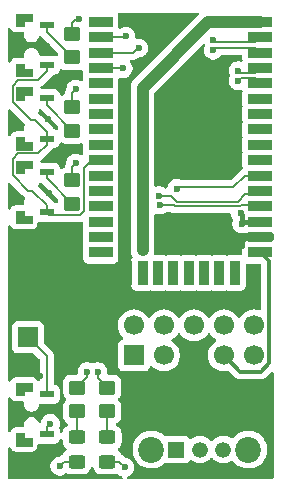
<source format=gbr>
%TF.GenerationSoftware,KiCad,Pcbnew,9.0.4*%
%TF.CreationDate,2025-09-28T00:50:50+02:00*%
%TF.ProjectId,BTM308-host-top,42544d33-3038-42d6-986f-73742d746f70,rev?*%
%TF.SameCoordinates,Original*%
%TF.FileFunction,Copper,L1,Top*%
%TF.FilePolarity,Positive*%
%FSLAX46Y46*%
G04 Gerber Fmt 4.6, Leading zero omitted, Abs format (unit mm)*
G04 Created by KiCad (PCBNEW 9.0.4) date 2025-09-28 00:50:50*
%MOMM*%
%LPD*%
G01*
G04 APERTURE LIST*
G04 Aperture macros list*
%AMRoundRect*
0 Rectangle with rounded corners*
0 $1 Rounding radius*
0 $2 $3 $4 $5 $6 $7 $8 $9 X,Y pos of 4 corners*
0 Add a 4 corners polygon primitive as box body*
4,1,4,$2,$3,$4,$5,$6,$7,$8,$9,$2,$3,0*
0 Add four circle primitives for the rounded corners*
1,1,$1+$1,$2,$3*
1,1,$1+$1,$4,$5*
1,1,$1+$1,$6,$7*
1,1,$1+$1,$8,$9*
0 Add four rect primitives between the rounded corners*
20,1,$1+$1,$2,$3,$4,$5,0*
20,1,$1+$1,$4,$5,$6,$7,0*
20,1,$1+$1,$6,$7,$8,$9,0*
20,1,$1+$1,$8,$9,$2,$3,0*%
G04 Aperture macros list end*
%TA.AperFunction,EtchedComponent*%
%ADD10C,0.001000*%
%TD*%
%TA.AperFunction,SMDPad,CuDef*%
%ADD11R,1.200000X0.600000*%
%TD*%
%TA.AperFunction,SMDPad,CuDef*%
%ADD12R,2.000000X0.925000*%
%TD*%
%TA.AperFunction,SMDPad,CuDef*%
%ADD13R,0.925000X2.000000*%
%TD*%
%TA.AperFunction,SMDPad,CuDef*%
%ADD14RoundRect,0.250000X0.450000X-0.350000X0.450000X0.350000X-0.450000X0.350000X-0.450000X-0.350000X0*%
%TD*%
%TA.AperFunction,ComponentPad*%
%ADD15R,1.700000X1.700000*%
%TD*%
%TA.AperFunction,SMDPad,CuDef*%
%ADD16RoundRect,0.250000X-0.450000X0.350000X-0.450000X-0.350000X0.450000X-0.350000X0.450000X0.350000X0*%
%TD*%
%TA.AperFunction,SMDPad,CuDef*%
%ADD17RoundRect,0.250000X-0.450000X0.325000X-0.450000X-0.325000X0.450000X-0.325000X0.450000X0.325000X0*%
%TD*%
%TA.AperFunction,ComponentPad*%
%ADD18C,1.700000*%
%TD*%
%TA.AperFunction,ComponentPad*%
%ADD19R,1.337000X1.337000*%
%TD*%
%TA.AperFunction,ComponentPad*%
%ADD20C,1.337000*%
%TD*%
%TA.AperFunction,ComponentPad*%
%ADD21C,2.190000*%
%TD*%
%TA.AperFunction,ViaPad*%
%ADD22C,0.600000*%
%TD*%
%TA.AperFunction,Conductor*%
%ADD23C,0.200000*%
%TD*%
%TA.AperFunction,Conductor*%
%ADD24C,0.400000*%
%TD*%
%TA.AperFunction,Conductor*%
%ADD25C,0.300000*%
%TD*%
%TA.AperFunction,Conductor*%
%ADD26C,1.000000*%
%TD*%
G04 APERTURE END LIST*
D10*
%TO.C,SW6*%
X117000000Y-88017500D02*
X116350000Y-88017500D01*
X116350000Y-88417500D01*
X115700000Y-88417500D01*
X115700000Y-87367500D01*
X117000000Y-87367500D01*
X117000000Y-88017500D01*
%TA.AperFunction,EtchedComponent*%
G36*
X117000000Y-88017500D02*
G01*
X116350000Y-88017500D01*
X116350000Y-88417500D01*
X115700000Y-88417500D01*
X115700000Y-87367500D01*
X117000000Y-87367500D01*
X117000000Y-88017500D01*
G37*
%TD.AperFunction*%
X116350000Y-92017500D02*
X117000000Y-92017500D01*
X117000000Y-92667500D01*
X115700000Y-92667500D01*
X115700000Y-91617500D01*
X116350000Y-91617500D01*
X116350000Y-92017500D01*
%TA.AperFunction,EtchedComponent*%
G36*
X116350000Y-92017500D02*
G01*
X117000000Y-92017500D01*
X117000000Y-92667500D01*
X115700000Y-92667500D01*
X115700000Y-91617500D01*
X116350000Y-91617500D01*
X116350000Y-92017500D01*
G37*
%TD.AperFunction*%
%TO.C,SW1*%
X117000000Y-62975000D02*
X116350000Y-62975000D01*
X116350000Y-63375000D01*
X115700000Y-63375000D01*
X115700000Y-62325000D01*
X117000000Y-62325000D01*
X117000000Y-62975000D01*
%TA.AperFunction,EtchedComponent*%
G36*
X117000000Y-62975000D02*
G01*
X116350000Y-62975000D01*
X116350000Y-63375000D01*
X115700000Y-63375000D01*
X115700000Y-62325000D01*
X117000000Y-62325000D01*
X117000000Y-62975000D01*
G37*
%TD.AperFunction*%
X116350000Y-66975000D02*
X117000000Y-66975000D01*
X117000000Y-67625000D01*
X115700000Y-67625000D01*
X115700000Y-66575000D01*
X116350000Y-66575000D01*
X116350000Y-66975000D01*
%TA.AperFunction,EtchedComponent*%
G36*
X116350000Y-66975000D02*
G01*
X117000000Y-66975000D01*
X117000000Y-67625000D01*
X115700000Y-67625000D01*
X115700000Y-66575000D01*
X116350000Y-66575000D01*
X116350000Y-66975000D01*
G37*
%TD.AperFunction*%
%TO.C,SW2*%
X117000000Y-69200000D02*
X116350000Y-69200000D01*
X116350000Y-69600000D01*
X115700000Y-69600000D01*
X115700000Y-68550000D01*
X117000000Y-68550000D01*
X117000000Y-69200000D01*
%TA.AperFunction,EtchedComponent*%
G36*
X117000000Y-69200000D02*
G01*
X116350000Y-69200000D01*
X116350000Y-69600000D01*
X115700000Y-69600000D01*
X115700000Y-68550000D01*
X117000000Y-68550000D01*
X117000000Y-69200000D01*
G37*
%TD.AperFunction*%
X116350000Y-73200000D02*
X117000000Y-73200000D01*
X117000000Y-73850000D01*
X115700000Y-73850000D01*
X115700000Y-72800000D01*
X116350000Y-72800000D01*
X116350000Y-73200000D01*
%TA.AperFunction,EtchedComponent*%
G36*
X116350000Y-73200000D02*
G01*
X117000000Y-73200000D01*
X117000000Y-73850000D01*
X115700000Y-73850000D01*
X115700000Y-72800000D01*
X116350000Y-72800000D01*
X116350000Y-73200000D01*
G37*
%TD.AperFunction*%
%TO.C,SW3*%
X117000000Y-56750000D02*
X116350000Y-56750000D01*
X116350000Y-57150000D01*
X115700000Y-57150000D01*
X115700000Y-56100000D01*
X117000000Y-56100000D01*
X117000000Y-56750000D01*
%TA.AperFunction,EtchedComponent*%
G36*
X117000000Y-56750000D02*
G01*
X116350000Y-56750000D01*
X116350000Y-57150000D01*
X115700000Y-57150000D01*
X115700000Y-56100000D01*
X117000000Y-56100000D01*
X117000000Y-56750000D01*
G37*
%TD.AperFunction*%
X116350000Y-60750000D02*
X117000000Y-60750000D01*
X117000000Y-61400000D01*
X115700000Y-61400000D01*
X115700000Y-60350000D01*
X116350000Y-60350000D01*
X116350000Y-60750000D01*
%TA.AperFunction,EtchedComponent*%
G36*
X116350000Y-60750000D02*
G01*
X117000000Y-60750000D01*
X117000000Y-61400000D01*
X115700000Y-61400000D01*
X115700000Y-60350000D01*
X116350000Y-60350000D01*
X116350000Y-60750000D01*
G37*
%TD.AperFunction*%
%TD*%
D11*
%TO.P,SW6,1,1*%
%TO.N,/VBAT*%
X118300000Y-91717500D03*
%TO.P,SW6,2,2*%
%TO.N,Net-(J6-Pin_1)*%
X118300000Y-88317500D03*
%TD*%
D12*
%TO.P,U1,0,PIO6*%
%TO.N,unconnected-(U1-PIO6-Pad0)*%
X122850000Y-56800000D03*
%TO.P,U1,1,PIO8*%
%TO.N,Net-(U1-PIO8)*%
X122850000Y-58100000D03*
%TO.P,U1,2,PIO1*%
%TO.N,Net-(U1-PIO1)*%
X122850000Y-59400000D03*
%TO.P,U1,3,PIO0*%
%TO.N,Net-(U1-PIO0)*%
X122850000Y-60700000D03*
%TO.P,U1,4,LED1*%
%TO.N,unconnected-(U1-LED1-Pad4)*%
X122850000Y-62000000D03*
%TO.P,U1,5,AIO0*%
%TO.N,unconnected-(U1-AIO0-Pad5)*%
X122850000Y-63300000D03*
%TO.P,U1,6,PIO17*%
%TO.N,unconnected-(U1-PIO17-Pad6)*%
X122850000Y-64600000D03*
%TO.P,U1,7,PIO9*%
%TO.N,unconnected-(U1-PIO9-Pad7)*%
X122850000Y-65900000D03*
%TO.P,U1,8,PIO7*%
%TO.N,unconnected-(U1-PIO7-Pad8)*%
X122850000Y-67200000D03*
%TO.P,U1,9,1V8*%
%TO.N,/1V8*%
X122850000Y-68500000D03*
%TO.P,U1,10,PIO16*%
%TO.N,unconnected-(U1-PIO16-Pad10)*%
X122850000Y-69800000D03*
%TO.P,U1,11,NC*%
%TO.N,unconnected-(U1-NC-Pad11)*%
X122850000Y-71100000D03*
%TO.P,U1,12,NC*%
%TO.N,unconnected-(U1-NC-Pad12)*%
X122850000Y-72400000D03*
%TO.P,U1,13,PIO21*%
%TO.N,unconnected-(U1-PIO21-Pad13)*%
X122850000Y-73700000D03*
%TO.P,U1,14,PIO18*%
%TO.N,unconnected-(U1-PIO18-Pad14)*%
X122850000Y-75000000D03*
%TO.P,U1,15,SPI_PCM*%
%TO.N,unconnected-(U1-SPI_PCM-Pad15)*%
X122850000Y-76300000D03*
D13*
%TO.P,U1,16,GND*%
%TO.N,GND*%
X125100000Y-78050000D03*
%TO.P,U1,17,USB_P*%
%TO.N,unconnected-(U1-USB_P-Pad17)*%
X126400000Y-78050000D03*
%TO.P,U1,18,USB_N*%
%TO.N,unconnected-(U1-USB_N-Pad18)*%
X127700000Y-78050000D03*
%TO.P,U1,19,RSTn*%
%TO.N,unconnected-(U1-RSTn-Pad19)*%
X129000000Y-78050000D03*
%TO.P,U1,20,MOSI*%
%TO.N,unconnected-(U1-MOSI-Pad20)*%
X130300000Y-78050000D03*
%TO.P,U1,21,CLK*%
%TO.N,unconnected-(U1-CLK-Pad21)*%
X131600000Y-78050000D03*
%TO.P,U1,22,CSB*%
%TO.N,unconnected-(U1-CSB-Pad22)*%
X132900000Y-78050000D03*
%TO.P,U1,23,MISO*%
%TO.N,unconnected-(U1-MISO-Pad23)*%
X134200000Y-78050000D03*
D12*
%TO.P,U1,24,VCHG*%
%TO.N,/VCHG*%
X136350000Y-76300000D03*
%TO.P,U1,25,GND*%
%TO.N,GND*%
X136350000Y-75000000D03*
%TO.P,U1,26,VBAT*%
%TO.N,/VBAT*%
X136350000Y-73700000D03*
%TO.P,U1,27,LED0*%
%TO.N,/LED0*%
X136350000Y-72400000D03*
%TO.P,U1,28,LED2*%
%TO.N,/LED2*%
X136350000Y-71100000D03*
%TO.P,U1,29,MFB*%
%TO.N,/MFB*%
X136350000Y-69800000D03*
%TO.P,U1,30,MIC_BIAS*%
%TO.N,unconnected-(U1-MIC_BIAS-Pad30)*%
X136350000Y-68500000D03*
%TO.P,U1,31,LINE_BP*%
%TO.N,unconnected-(U1-LINE_BP-Pad31)*%
X136350000Y-67200000D03*
%TO.P,U1,32,LINE_BN*%
%TO.N,unconnected-(U1-LINE_BN-Pad32)*%
X136350000Y-65900000D03*
%TO.P,U1,33,LINE/MIC_AP*%
%TO.N,unconnected-(U1-LINE{slash}MIC_AP-Pad33)*%
X136350000Y-64600000D03*
%TO.P,U1,34,LINE/MIC_AN*%
%TO.N,unconnected-(U1-LINE{slash}MIC_AN-Pad34)*%
X136350000Y-63300000D03*
%TO.P,U1,35,SPK_BN*%
%TO.N,/SPK_BN*%
X136350000Y-62000000D03*
%TO.P,U1,36,SPK_BP*%
%TO.N,/SPK_BP*%
X136350000Y-60700000D03*
%TO.P,U1,37,SPK_AN*%
%TO.N,/SPK_AN*%
X136350000Y-59400000D03*
%TO.P,U1,38,SPK_AP*%
%TO.N,/SPK_AP*%
X136350000Y-58100000D03*
%TO.P,U1,39,GND*%
%TO.N,AGND*%
X136350000Y-56800000D03*
%TD*%
D14*
%TO.P,R2,1*%
%TO.N,Net-(R2-Pad1)*%
X120450000Y-72200000D03*
%TO.P,R2,2*%
%TO.N,Net-(U1-PIO1)*%
X120450000Y-70200000D03*
%TD*%
D15*
%TO.P,J7,1,Pin_1*%
%TO.N,GND*%
X116700000Y-79300000D03*
%TD*%
D11*
%TO.P,SW1,1,1*%
%TO.N,/1V8*%
X118300000Y-66675000D03*
%TO.P,SW1,2,2*%
%TO.N,Net-(R1-Pad1)*%
X118300000Y-63275000D03*
%TD*%
D15*
%TO.P,J6,1,Pin_1*%
%TO.N,Net-(J6-Pin_1)*%
X116700000Y-83500000D03*
%TD*%
D16*
%TO.P,R5,1*%
%TO.N,/LED2*%
X120846667Y-87750000D03*
%TO.P,R5,2*%
%TO.N,Net-(D1-K)*%
X120846667Y-89750000D03*
%TD*%
D14*
%TO.P,R1,1*%
%TO.N,Net-(R1-Pad1)*%
X120450000Y-66000000D03*
%TO.P,R1,2*%
%TO.N,Net-(U1-PIO8)*%
X120450000Y-64000000D03*
%TD*%
D11*
%TO.P,SW2,1,1*%
%TO.N,/1V8*%
X118300000Y-72900000D03*
%TO.P,SW2,2,2*%
%TO.N,Net-(R2-Pad1)*%
X118300000Y-69500000D03*
%TD*%
D16*
%TO.P,R4,1*%
%TO.N,/LED0*%
X123413333Y-87750000D03*
%TO.P,R4,2*%
%TO.N,Net-(D2-K)*%
X123413333Y-89750000D03*
%TD*%
D17*
%TO.P,D2,1,K*%
%TO.N,Net-(D2-K)*%
X123428333Y-91975000D03*
%TO.P,D2,2,A*%
%TO.N,/VBAT*%
X123428333Y-94025000D03*
%TD*%
D11*
%TO.P,SW3,1,1*%
%TO.N,/1V8*%
X118300000Y-60450000D03*
%TO.P,SW3,2,2*%
%TO.N,Net-(R3-Pad1)*%
X118300000Y-57050000D03*
%TD*%
D14*
%TO.P,R3,1*%
%TO.N,Net-(R3-Pad1)*%
X120450000Y-59800000D03*
%TO.P,R3,2*%
%TO.N,Net-(U1-PIO0)*%
X120450000Y-57800000D03*
%TD*%
D15*
%TO.P,J5,1,Pin_1*%
%TO.N,AGND*%
X125670000Y-85025000D03*
D18*
%TO.P,J5,2,Pin_2*%
X125670000Y-82485000D03*
%TO.P,J5,3,Pin_3*%
X128210000Y-85025000D03*
%TO.P,J5,4,Pin_4*%
%TO.N,/SPK_AN*%
X128210000Y-82485000D03*
%TO.P,J5,5,Pin_5*%
%TO.N,GND*%
X130750000Y-85025000D03*
%TO.P,J5,6,Pin_6*%
%TO.N,/SPK_AP*%
X130750000Y-82485000D03*
%TO.P,J5,7,Pin_7*%
%TO.N,/VCHG*%
X133290000Y-85025000D03*
%TO.P,J5,8,Pin_8*%
%TO.N,/SPK_BP*%
X133290000Y-82485000D03*
%TO.P,J5,9,Pin_9*%
%TO.N,/VBAT*%
X135830000Y-85025000D03*
%TO.P,J5,10,Pin_10*%
%TO.N,/SPK_BN*%
X135830000Y-82485000D03*
%TD*%
D19*
%TO.P,SW4,1,A*%
%TO.N,/MFB*%
X129250000Y-93000000D03*
D20*
%TO.P,SW4,2,B*%
%TO.N,/VBAT*%
X131250000Y-93000000D03*
%TO.P,SW4,3*%
%TO.N,N/C*%
X133250000Y-93000000D03*
D21*
%TO.P,SW4,4*%
X127150000Y-93000000D03*
%TO.P,SW4,5*%
X135350000Y-93000000D03*
%TD*%
D17*
%TO.P,D1,1,K*%
%TO.N,Net-(D1-K)*%
X120831667Y-91975000D03*
%TO.P,D1,2,A*%
%TO.N,/VBAT*%
X120831667Y-94025000D03*
%TD*%
D22*
%TO.N,GND*%
X118400000Y-65000000D03*
X127700000Y-88000000D03*
X120600000Y-79300000D03*
X130600000Y-65700000D03*
X115600000Y-65300000D03*
X131000000Y-61100000D03*
X128400000Y-63300000D03*
X115800000Y-90100000D03*
X134800000Y-75200000D03*
X130800000Y-68900000D03*
X128700000Y-57400000D03*
X117700000Y-75600000D03*
X119700000Y-67700000D03*
X117700000Y-86800000D03*
X128500000Y-65800000D03*
X115800000Y-86600000D03*
X118300000Y-58800000D03*
X134600000Y-63800000D03*
X120700000Y-83500000D03*
X120600000Y-81300000D03*
X134800000Y-75800000D03*
X134500000Y-67200000D03*
X115900000Y-94000000D03*
X118500000Y-71300000D03*
X129200000Y-75600000D03*
X130400000Y-74300000D03*
X126700000Y-56700000D03*
X129600000Y-94900000D03*
X131300000Y-88000000D03*
X119900000Y-61300000D03*
X132400000Y-80300000D03*
X131400000Y-63500000D03*
X120700000Y-74900000D03*
X128700000Y-89900000D03*
X128500000Y-68300000D03*
X133400000Y-94900000D03*
X134900000Y-88000000D03*
X116000000Y-58900000D03*
X115800000Y-71800000D03*
X132300000Y-89900000D03*
X135900000Y-89900000D03*
X124000000Y-79200000D03*
X117500000Y-94100000D03*
%TO.N,/MFB*%
X129300000Y-70900000D03*
%TO.N,/SPK_AN*%
X132400000Y-59175000D03*
%TO.N,Net-(U1-PIO8)*%
X125000000Y-58000000D03*
X120750000Y-62500000D03*
%TO.N,/LED2*%
X121700000Y-86400000D03*
X127800000Y-71500000D03*
%TO.N,Net-(U1-PIO1)*%
X126100000Y-59000000D03*
X120750000Y-68750000D03*
%TO.N,/VBAT*%
X118600000Y-90800000D03*
X124900000Y-94500000D03*
X119400000Y-94400000D03*
X134700000Y-73000000D03*
X134800000Y-73900000D03*
%TO.N,/SPK_AP*%
X132400000Y-58325000D03*
%TO.N,Net-(U1-PIO0)*%
X121000000Y-56550000D03*
X124750000Y-60731671D03*
%TO.N,/SPK_BP*%
X134506472Y-60925000D03*
%TO.N,/LED0*%
X127900000Y-72293726D03*
X122600000Y-86400000D03*
%TO.N,/SPK_BN*%
X134506472Y-61775000D03*
%TO.N,AGND*%
X126400000Y-75400000D03*
X126400000Y-76100000D03*
X126400000Y-74700000D03*
X126400000Y-74000000D03*
%TD*%
D23*
%TO.N,GND*%
X125100000Y-78100000D02*
X124000000Y-79200000D01*
D24*
X134800000Y-75800000D02*
X134800000Y-75200000D01*
D23*
X125100000Y-78050000D02*
X125100000Y-78100000D01*
D24*
X135000000Y-75000000D02*
X134800000Y-75200000D01*
X136350000Y-75000000D02*
X135000000Y-75000000D01*
D25*
%TO.N,/VCHG*%
X137100000Y-85700000D02*
X136400000Y-86400000D01*
X134665000Y-86400000D02*
X133290000Y-85025000D01*
X137100000Y-77050000D02*
X137100000Y-85700000D01*
X136400000Y-86400000D02*
X134665000Y-86400000D01*
X136350000Y-76300000D02*
X137100000Y-77050000D01*
D23*
%TO.N,/MFB*%
X129400000Y-70800000D02*
X134100000Y-70800000D01*
X129300000Y-70900000D02*
X129400000Y-70800000D01*
X134100000Y-70800000D02*
X135100000Y-69800000D01*
X135100000Y-69800000D02*
X136350000Y-69800000D01*
%TO.N,/SPK_AN*%
X135925001Y-58975001D02*
X132599999Y-58975001D01*
X132599999Y-58975001D02*
X132400000Y-59175000D01*
X136350000Y-59400000D02*
X135925001Y-58975001D01*
%TO.N,Net-(U1-PIO8)*%
X125000000Y-58000000D02*
X124900000Y-58100000D01*
X120450000Y-62800000D02*
X120750000Y-62500000D01*
X120450000Y-64000000D02*
X120450000Y-62800000D01*
X124900000Y-58100000D02*
X122850000Y-58100000D01*
%TO.N,/LED2*%
X136050000Y-71400000D02*
X136350000Y-71100000D01*
X134501000Y-71999000D02*
X135100000Y-71400000D01*
X128800000Y-71500000D02*
X129299000Y-71999000D01*
X121700000Y-86400000D02*
X121700000Y-86896667D01*
X129299000Y-71999000D02*
X134501000Y-71999000D01*
X121700000Y-86896667D02*
X120846667Y-87750000D01*
X135100000Y-71400000D02*
X136050000Y-71400000D01*
X127800000Y-71500000D02*
X128800000Y-71500000D01*
%TO.N,Net-(U1-PIO1)*%
X120450000Y-69050000D02*
X120750000Y-68750000D01*
X126000000Y-59000000D02*
X125600000Y-59400000D01*
X126100000Y-59000000D02*
X126000000Y-59000000D01*
X120450000Y-70200000D02*
X120450000Y-69050000D01*
X125600000Y-59400000D02*
X122850000Y-59400000D01*
D24*
%TO.N,/VBAT*%
X134800000Y-73100000D02*
X134800000Y-73900000D01*
X135000000Y-73700000D02*
X134800000Y-73900000D01*
D23*
X120831667Y-94025000D02*
X119775000Y-94025000D01*
D24*
X136350000Y-73700000D02*
X135000000Y-73700000D01*
D23*
X119775000Y-94025000D02*
X119400000Y-94400000D01*
X123428333Y-94025000D02*
X124425000Y-94025000D01*
X118300000Y-91717500D02*
X118300000Y-91100000D01*
X118300000Y-91100000D02*
X118600000Y-90800000D01*
D24*
X134700000Y-73000000D02*
X134800000Y-73100000D01*
D23*
X124425000Y-94025000D02*
X124900000Y-94500000D01*
%TO.N,/SPK_AP*%
X135925001Y-58524999D02*
X132599999Y-58524999D01*
X136350000Y-58100000D02*
X135925001Y-58524999D01*
X132599999Y-58524999D02*
X132400000Y-58325000D01*
%TO.N,Net-(U1-PIO0)*%
X121000000Y-56550000D02*
X120750000Y-56550000D01*
X120750000Y-56550000D02*
X120450000Y-56850000D01*
X124750000Y-60731671D02*
X122881671Y-60731671D01*
X120450000Y-56850000D02*
X120450000Y-57800000D01*
X122881671Y-60731671D02*
X122850000Y-60700000D01*
%TO.N,/SPK_BP*%
X134706471Y-61124999D02*
X134506472Y-60925000D01*
X135925001Y-61124999D02*
X134706471Y-61124999D01*
X136350000Y-60700000D02*
X135925001Y-61124999D01*
%TO.N,/LED0*%
X127900000Y-72293726D02*
X129026626Y-72293726D01*
X129026626Y-72293726D02*
X129132900Y-72400000D01*
X122600000Y-86400000D02*
X122600000Y-86936667D01*
X122600000Y-86936667D02*
X123413333Y-87750000D01*
X136243726Y-72293726D02*
X136350000Y-72400000D01*
X129132900Y-72400000D02*
X134667100Y-72400000D01*
X134667100Y-72400000D02*
X134773374Y-72293726D01*
X134773374Y-72293726D02*
X136243726Y-72293726D01*
%TO.N,/SPK_BN*%
X134706471Y-61575001D02*
X134506472Y-61775000D01*
X136350000Y-62000000D02*
X135925001Y-61575001D01*
X135925001Y-61575001D02*
X134706471Y-61575001D01*
D26*
%TO.N,AGND*%
X126400000Y-74700000D02*
X126400000Y-74000000D01*
X126400000Y-76100000D02*
X126400000Y-75400000D01*
X131950000Y-56800000D02*
X136350000Y-56800000D01*
X126400000Y-75400000D02*
X126400000Y-74700000D01*
X126400000Y-74000000D02*
X126400000Y-62350000D01*
X126400000Y-62350000D02*
X131950000Y-56800000D01*
D23*
%TO.N,Net-(D1-K)*%
X120831667Y-91975000D02*
X120831667Y-89765000D01*
X120831667Y-89765000D02*
X120846667Y-89750000D01*
%TO.N,Net-(D2-K)*%
X123428333Y-89765000D02*
X123413333Y-89750000D01*
X123428333Y-91975000D02*
X123428333Y-89765000D01*
%TO.N,Net-(R1-Pad1)*%
X118300000Y-63275000D02*
X118300000Y-63850000D01*
X118300000Y-63850000D02*
X120450000Y-66000000D01*
%TO.N,Net-(R2-Pad1)*%
X118300000Y-69500000D02*
X118300000Y-70050000D01*
X118300000Y-70050000D02*
X120450000Y-72200000D01*
%TO.N,Net-(R3-Pad1)*%
X118300000Y-57650000D02*
X120450000Y-59800000D01*
X118300000Y-57050000D02*
X118300000Y-57650000D01*
%TO.N,Net-(J6-Pin_1)*%
X118300000Y-85100000D02*
X118300000Y-88317500D01*
X116700000Y-83500000D02*
X118300000Y-85100000D01*
%TO.N,/1V8*%
X116699281Y-71076000D02*
X115398500Y-69775219D01*
X122850000Y-68500000D02*
X122085500Y-68500000D01*
X118300000Y-67175000D02*
X118300000Y-66675000D01*
X115398500Y-68425115D02*
X115897115Y-67926500D01*
X122085500Y-68500000D02*
X121451000Y-69134500D01*
X118300000Y-72900000D02*
X118300000Y-72300000D01*
X115398500Y-63550219D02*
X115398500Y-62200115D01*
X115398500Y-69775219D02*
X115398500Y-68425115D01*
X115398500Y-62200115D02*
X115897115Y-61701500D01*
X118300000Y-72300000D02*
X117076000Y-71076000D01*
X118501000Y-73101000D02*
X118300000Y-72900000D01*
X121451000Y-72785160D02*
X121135160Y-73101000D01*
X118300000Y-66098281D02*
X117301719Y-65100000D01*
X121451000Y-69134500D02*
X121451000Y-72785160D01*
X117548500Y-67926500D02*
X118300000Y-67175000D01*
X118300000Y-60950000D02*
X118300000Y-60450000D01*
X116948281Y-65100000D02*
X115398500Y-63550219D01*
X117301719Y-65100000D02*
X116948281Y-65100000D01*
X121135160Y-73101000D02*
X118501000Y-73101000D01*
X115897115Y-67926500D02*
X117548500Y-67926500D01*
X117548500Y-61701500D02*
X118300000Y-60950000D01*
X118300000Y-66675000D02*
X118300000Y-66098281D01*
X115897115Y-61701500D02*
X117548500Y-61701500D01*
X117076000Y-71076000D02*
X116699281Y-71076000D01*
%TD*%
%TA.AperFunction,Conductor*%
%TO.N,GND*%
G36*
X119566593Y-92067809D02*
G01*
X119615999Y-92117214D01*
X119631167Y-92176641D01*
X119631167Y-92350000D01*
X119631168Y-92350019D01*
X119641667Y-92452796D01*
X119641668Y-92452799D01*
X119696852Y-92619331D01*
X119696854Y-92619336D01*
X119709806Y-92640335D01*
X119770978Y-92739511D01*
X119788956Y-92768657D01*
X119913013Y-92892714D01*
X119915849Y-92894463D01*
X119917384Y-92896170D01*
X119918678Y-92897193D01*
X119918503Y-92897414D01*
X119962572Y-92946411D01*
X119973793Y-93015374D01*
X119945949Y-93079456D01*
X119915849Y-93105537D01*
X119913013Y-93107285D01*
X119788956Y-93231342D01*
X119693062Y-93386813D01*
X119691316Y-93385736D01*
X119676847Y-93402168D01*
X119656815Y-93427236D01*
X119653350Y-93428851D01*
X119651884Y-93430517D01*
X119625319Y-93443163D01*
X119621572Y-93444426D01*
X119543215Y-93465423D01*
X119531221Y-93472348D01*
X119520546Y-93478510D01*
X119520543Y-93478512D01*
X119406287Y-93544477D01*
X119385336Y-93565428D01*
X119324012Y-93598912D01*
X119321848Y-93599362D01*
X119166508Y-93630261D01*
X119166498Y-93630264D01*
X119020827Y-93690602D01*
X119020814Y-93690609D01*
X118889711Y-93778210D01*
X118889707Y-93778213D01*
X118778213Y-93889707D01*
X118778210Y-93889711D01*
X118690609Y-94020814D01*
X118690602Y-94020827D01*
X118630264Y-94166498D01*
X118630261Y-94166510D01*
X118599500Y-94321153D01*
X118599500Y-94478846D01*
X118630261Y-94633489D01*
X118630264Y-94633501D01*
X118690602Y-94779172D01*
X118690609Y-94779185D01*
X118778210Y-94910288D01*
X118778213Y-94910292D01*
X118889707Y-95021786D01*
X118889711Y-95021789D01*
X119020814Y-95109390D01*
X119020827Y-95109397D01*
X119166498Y-95169735D01*
X119166503Y-95169737D01*
X119321153Y-95200499D01*
X119321156Y-95200500D01*
X119321158Y-95200500D01*
X119478844Y-95200500D01*
X119478845Y-95200499D01*
X119633497Y-95169737D01*
X119779179Y-95109394D01*
X119906925Y-95024036D01*
X119973601Y-95003159D01*
X120040909Y-95021600D01*
X120062333Y-95034814D01*
X120228870Y-95089999D01*
X120331658Y-95100500D01*
X121331675Y-95100499D01*
X121331683Y-95100498D01*
X121331686Y-95100498D01*
X121387969Y-95094748D01*
X121434464Y-95089999D01*
X121601001Y-95034814D01*
X121750323Y-94942712D01*
X121874379Y-94818656D01*
X121966481Y-94669334D01*
X122012294Y-94531077D01*
X122052065Y-94473635D01*
X122116581Y-94446811D01*
X122185357Y-94459126D01*
X122236557Y-94506668D01*
X122247705Y-94531078D01*
X122263534Y-94578846D01*
X122293519Y-94669334D01*
X122385621Y-94818656D01*
X122509677Y-94942712D01*
X122658999Y-95034814D01*
X122825536Y-95089999D01*
X122928324Y-95100500D01*
X123928341Y-95100499D01*
X123928349Y-95100498D01*
X123928352Y-95100498D01*
X123984635Y-95094748D01*
X124031130Y-95089999D01*
X124197667Y-95034814D01*
X124197668Y-95034813D01*
X124203982Y-95032721D01*
X124273810Y-95030319D01*
X124330667Y-95062746D01*
X124389707Y-95121786D01*
X124389711Y-95121789D01*
X124520814Y-95209390D01*
X124520827Y-95209397D01*
X124646469Y-95261439D01*
X124700873Y-95305280D01*
X124722938Y-95371574D01*
X124705659Y-95439273D01*
X124654522Y-95486884D01*
X124599017Y-95500000D01*
X115124000Y-95500000D01*
X115056961Y-95480315D01*
X115011206Y-95427511D01*
X115000000Y-95376000D01*
X115000000Y-92922792D01*
X115019685Y-92855753D01*
X115072489Y-92809998D01*
X115141647Y-92800054D01*
X115205203Y-92829079D01*
X115236794Y-92871280D01*
X115239727Y-92877703D01*
X115317587Y-92998855D01*
X115317589Y-92998857D01*
X115317591Y-92998860D01*
X115426436Y-93093174D01*
X115557443Y-93153003D01*
X115700000Y-93173500D01*
X115700001Y-93173500D01*
X117000000Y-93173500D01*
X117072011Y-93168350D01*
X117210200Y-93127774D01*
X117213624Y-93125574D01*
X117331355Y-93049912D01*
X117331354Y-93049912D01*
X117331360Y-93049909D01*
X117425674Y-92941064D01*
X117485503Y-92810057D01*
X117506000Y-92667500D01*
X117506000Y-92640335D01*
X117525685Y-92573296D01*
X117578489Y-92527541D01*
X117643256Y-92517046D01*
X117652127Y-92518000D01*
X118947872Y-92517999D01*
X119007483Y-92511591D01*
X119142331Y-92461296D01*
X119257546Y-92375046D01*
X119343796Y-92259831D01*
X119351770Y-92238453D01*
X119390985Y-92133310D01*
X119432855Y-92077376D01*
X119498320Y-92052958D01*
X119566593Y-92067809D01*
G37*
%TD.AperFunction*%
%TA.AperFunction,Conductor*%
G36*
X131102755Y-56019685D02*
G01*
X131148510Y-56072489D01*
X131158454Y-56141647D01*
X131129429Y-56205203D01*
X131123397Y-56211681D01*
X128413926Y-58921153D01*
X125762220Y-61572859D01*
X125762218Y-61572861D01*
X125716854Y-61618225D01*
X125622859Y-61712219D01*
X125513371Y-61876079D01*
X125513364Y-61876092D01*
X125437950Y-62058160D01*
X125437947Y-62058170D01*
X125399500Y-62251456D01*
X125399500Y-62251459D01*
X125399500Y-73901459D01*
X125399500Y-74601459D01*
X125399500Y-75301459D01*
X125399500Y-76198541D01*
X125399500Y-76198543D01*
X125399499Y-76198543D01*
X125437947Y-76391829D01*
X125437950Y-76391839D01*
X125513364Y-76573907D01*
X125513371Y-76573920D01*
X125537872Y-76610588D01*
X125558750Y-76677266D01*
X125540265Y-76744646D01*
X125534037Y-76753789D01*
X125493706Y-76807664D01*
X125493702Y-76807671D01*
X125443408Y-76942517D01*
X125437001Y-77002116D01*
X125437000Y-77002135D01*
X125437000Y-79097870D01*
X125437001Y-79097876D01*
X125443408Y-79157483D01*
X125493702Y-79292328D01*
X125493706Y-79292335D01*
X125579952Y-79407544D01*
X125579955Y-79407547D01*
X125695164Y-79493793D01*
X125695171Y-79493797D01*
X125830017Y-79544091D01*
X125830016Y-79544091D01*
X125836944Y-79544835D01*
X125889627Y-79550500D01*
X126910372Y-79550499D01*
X126969983Y-79544091D01*
X127006665Y-79530408D01*
X127076356Y-79525423D01*
X127093323Y-79530404D01*
X127130017Y-79544091D01*
X127189627Y-79550500D01*
X128210372Y-79550499D01*
X128269983Y-79544091D01*
X128306665Y-79530408D01*
X128376356Y-79525423D01*
X128393323Y-79530404D01*
X128430017Y-79544091D01*
X128489627Y-79550500D01*
X129510372Y-79550499D01*
X129569983Y-79544091D01*
X129606665Y-79530408D01*
X129676356Y-79525423D01*
X129693323Y-79530404D01*
X129730017Y-79544091D01*
X129789627Y-79550500D01*
X130810372Y-79550499D01*
X130869983Y-79544091D01*
X130906665Y-79530408D01*
X130976356Y-79525423D01*
X130993323Y-79530404D01*
X131030017Y-79544091D01*
X131089627Y-79550500D01*
X132110372Y-79550499D01*
X132169983Y-79544091D01*
X132206665Y-79530408D01*
X132276356Y-79525423D01*
X132293323Y-79530404D01*
X132330017Y-79544091D01*
X132389627Y-79550500D01*
X133410372Y-79550499D01*
X133469983Y-79544091D01*
X133506665Y-79530408D01*
X133576356Y-79525423D01*
X133593323Y-79530404D01*
X133630017Y-79544091D01*
X133689627Y-79550500D01*
X134710372Y-79550499D01*
X134769983Y-79544091D01*
X134904831Y-79493796D01*
X135020046Y-79407546D01*
X135106296Y-79292331D01*
X135156591Y-79157483D01*
X135163000Y-79097873D01*
X135162999Y-77386086D01*
X135182684Y-77319048D01*
X135235487Y-77273293D01*
X135298806Y-77263036D01*
X135298806Y-77263000D01*
X135298809Y-77262999D01*
X135298819Y-77262822D01*
X135299802Y-77262874D01*
X135300265Y-77262799D01*
X135302127Y-77263000D01*
X136325500Y-77262999D01*
X136392539Y-77282683D01*
X136438294Y-77335487D01*
X136449500Y-77386999D01*
X136449500Y-81095616D01*
X136429815Y-81162655D01*
X136377011Y-81208410D01*
X136307853Y-81218354D01*
X136287183Y-81213547D01*
X136146244Y-81167754D01*
X136146240Y-81167753D01*
X135984957Y-81142208D01*
X135936287Y-81134500D01*
X135723713Y-81134500D01*
X135675042Y-81142208D01*
X135513760Y-81167753D01*
X135311585Y-81233444D01*
X135122179Y-81329951D01*
X134950213Y-81454890D01*
X134799890Y-81605213D01*
X134674949Y-81777182D01*
X134670484Y-81785946D01*
X134622509Y-81836742D01*
X134554688Y-81853536D01*
X134488553Y-81830998D01*
X134449516Y-81785946D01*
X134445050Y-81777182D01*
X134320109Y-81605213D01*
X134169786Y-81454890D01*
X133997820Y-81329951D01*
X133808414Y-81233444D01*
X133808413Y-81233443D01*
X133808412Y-81233443D01*
X133606243Y-81167754D01*
X133606241Y-81167753D01*
X133606240Y-81167753D01*
X133444957Y-81142208D01*
X133396287Y-81134500D01*
X133183713Y-81134500D01*
X133135042Y-81142208D01*
X132973760Y-81167753D01*
X132771585Y-81233444D01*
X132582179Y-81329951D01*
X132410213Y-81454890D01*
X132259890Y-81605213D01*
X132134949Y-81777182D01*
X132130484Y-81785946D01*
X132082509Y-81836742D01*
X132014688Y-81853536D01*
X131948553Y-81830998D01*
X131909516Y-81785946D01*
X131905050Y-81777182D01*
X131780109Y-81605213D01*
X131629786Y-81454890D01*
X131457820Y-81329951D01*
X131268414Y-81233444D01*
X131268413Y-81233443D01*
X131268412Y-81233443D01*
X131066243Y-81167754D01*
X131066241Y-81167753D01*
X131066240Y-81167753D01*
X130904957Y-81142208D01*
X130856287Y-81134500D01*
X130643713Y-81134500D01*
X130595042Y-81142208D01*
X130433760Y-81167753D01*
X130231585Y-81233444D01*
X130042179Y-81329951D01*
X129870213Y-81454890D01*
X129719890Y-81605213D01*
X129594949Y-81777182D01*
X129590484Y-81785946D01*
X129542509Y-81836742D01*
X129474688Y-81853536D01*
X129408553Y-81830998D01*
X129369516Y-81785946D01*
X129365050Y-81777182D01*
X129240109Y-81605213D01*
X129089786Y-81454890D01*
X128917820Y-81329951D01*
X128728414Y-81233444D01*
X128728413Y-81233443D01*
X128728412Y-81233443D01*
X128526243Y-81167754D01*
X128526241Y-81167753D01*
X128526240Y-81167753D01*
X128364957Y-81142208D01*
X128316287Y-81134500D01*
X128103713Y-81134500D01*
X128055042Y-81142208D01*
X127893760Y-81167753D01*
X127691585Y-81233444D01*
X127502179Y-81329951D01*
X127330213Y-81454890D01*
X127179890Y-81605213D01*
X127054949Y-81777182D01*
X127050484Y-81785946D01*
X127002509Y-81836742D01*
X126934688Y-81853536D01*
X126868553Y-81830998D01*
X126829516Y-81785946D01*
X126825050Y-81777182D01*
X126700109Y-81605213D01*
X126549786Y-81454890D01*
X126377820Y-81329951D01*
X126188414Y-81233444D01*
X126188413Y-81233443D01*
X126188412Y-81233443D01*
X125986243Y-81167754D01*
X125986241Y-81167753D01*
X125986240Y-81167753D01*
X125824957Y-81142208D01*
X125776287Y-81134500D01*
X125563713Y-81134500D01*
X125515042Y-81142208D01*
X125353760Y-81167753D01*
X125151585Y-81233444D01*
X124962179Y-81329951D01*
X124790213Y-81454890D01*
X124639890Y-81605213D01*
X124514951Y-81777179D01*
X124418444Y-81966585D01*
X124352753Y-82168760D01*
X124319500Y-82378713D01*
X124319500Y-82591286D01*
X124352753Y-82801239D01*
X124418444Y-83003414D01*
X124514951Y-83192820D01*
X124639890Y-83364786D01*
X124753430Y-83478326D01*
X124786915Y-83539649D01*
X124781931Y-83609341D01*
X124740059Y-83665274D01*
X124709083Y-83682189D01*
X124577669Y-83731203D01*
X124577664Y-83731206D01*
X124462455Y-83817452D01*
X124462452Y-83817455D01*
X124376206Y-83932664D01*
X124376202Y-83932671D01*
X124325908Y-84067517D01*
X124319501Y-84127116D01*
X124319500Y-84127135D01*
X124319500Y-85922870D01*
X124319501Y-85922876D01*
X124325908Y-85982483D01*
X124376202Y-86117328D01*
X124376206Y-86117335D01*
X124462452Y-86232544D01*
X124462455Y-86232547D01*
X124577664Y-86318793D01*
X124577671Y-86318797D01*
X124712517Y-86369091D01*
X124712516Y-86369091D01*
X124719444Y-86369835D01*
X124772127Y-86375500D01*
X126567872Y-86375499D01*
X126627483Y-86369091D01*
X126762331Y-86318796D01*
X126877546Y-86232546D01*
X126963796Y-86117331D01*
X127012810Y-85985916D01*
X127054681Y-85929984D01*
X127120145Y-85905566D01*
X127188418Y-85920417D01*
X127216673Y-85941569D01*
X127330213Y-86055109D01*
X127502179Y-86180048D01*
X127502181Y-86180049D01*
X127502184Y-86180051D01*
X127691588Y-86276557D01*
X127893757Y-86342246D01*
X128103713Y-86375500D01*
X128103714Y-86375500D01*
X128316286Y-86375500D01*
X128316287Y-86375500D01*
X128526243Y-86342246D01*
X128728412Y-86276557D01*
X128917816Y-86180051D01*
X129004138Y-86117335D01*
X129089786Y-86055109D01*
X129089788Y-86055106D01*
X129089792Y-86055104D01*
X129240104Y-85904792D01*
X129240106Y-85904788D01*
X129240109Y-85904786D01*
X129365048Y-85732820D01*
X129365047Y-85732820D01*
X129365051Y-85732816D01*
X129461557Y-85543412D01*
X129527246Y-85341243D01*
X129560500Y-85131287D01*
X129560500Y-84918713D01*
X129527246Y-84708757D01*
X129461557Y-84506588D01*
X129365051Y-84317184D01*
X129365049Y-84317181D01*
X129365048Y-84317179D01*
X129240109Y-84145213D01*
X129089786Y-83994890D01*
X128917820Y-83869951D01*
X128917115Y-83869591D01*
X128909054Y-83865485D01*
X128858259Y-83817512D01*
X128841463Y-83749692D01*
X128863999Y-83683556D01*
X128909054Y-83644515D01*
X128917816Y-83640051D01*
X129007554Y-83574853D01*
X129089786Y-83515109D01*
X129089788Y-83515106D01*
X129089792Y-83515104D01*
X129240104Y-83364792D01*
X129240106Y-83364788D01*
X129240109Y-83364786D01*
X129365048Y-83192820D01*
X129365047Y-83192820D01*
X129365051Y-83192816D01*
X129369514Y-83184054D01*
X129417488Y-83133259D01*
X129485308Y-83116463D01*
X129551444Y-83138999D01*
X129590486Y-83184056D01*
X129594951Y-83192820D01*
X129719890Y-83364786D01*
X129870213Y-83515109D01*
X130042179Y-83640048D01*
X130042181Y-83640049D01*
X130042184Y-83640051D01*
X130231588Y-83736557D01*
X130433757Y-83802246D01*
X130643713Y-83835500D01*
X130643714Y-83835500D01*
X130856286Y-83835500D01*
X130856287Y-83835500D01*
X131066243Y-83802246D01*
X131268412Y-83736557D01*
X131457816Y-83640051D01*
X131547554Y-83574853D01*
X131629786Y-83515109D01*
X131629788Y-83515106D01*
X131629792Y-83515104D01*
X131780104Y-83364792D01*
X131780106Y-83364788D01*
X131780109Y-83364786D01*
X131905048Y-83192820D01*
X131905047Y-83192820D01*
X131905051Y-83192816D01*
X131909514Y-83184054D01*
X131957488Y-83133259D01*
X132025308Y-83116463D01*
X132091444Y-83138999D01*
X132130486Y-83184056D01*
X132134951Y-83192820D01*
X132259890Y-83364786D01*
X132410213Y-83515109D01*
X132582182Y-83640050D01*
X132590946Y-83644516D01*
X132641742Y-83692491D01*
X132658536Y-83760312D01*
X132635998Y-83826447D01*
X132590946Y-83865484D01*
X132582182Y-83869949D01*
X132410213Y-83994890D01*
X132259890Y-84145213D01*
X132134951Y-84317179D01*
X132038444Y-84506585D01*
X131972753Y-84708760D01*
X131959285Y-84793796D01*
X131939500Y-84918713D01*
X131939500Y-85131287D01*
X131972754Y-85341243D01*
X131975188Y-85348735D01*
X132038444Y-85543414D01*
X132134951Y-85732820D01*
X132259890Y-85904786D01*
X132410213Y-86055109D01*
X132582179Y-86180048D01*
X132582181Y-86180049D01*
X132582184Y-86180051D01*
X132771588Y-86276557D01*
X132973757Y-86342246D01*
X133183713Y-86375500D01*
X133183714Y-86375500D01*
X133396286Y-86375500D01*
X133396287Y-86375500D01*
X133506111Y-86358105D01*
X133611055Y-86341484D01*
X133611315Y-86343128D01*
X133673852Y-86346250D01*
X133720711Y-86375657D01*
X134250325Y-86905272D01*
X134250332Y-86905278D01*
X134356868Y-86976462D01*
X134356874Y-86976466D01*
X134426221Y-87005189D01*
X134475256Y-87025501D01*
X134475259Y-87025501D01*
X134475260Y-87025502D01*
X134600928Y-87050500D01*
X134600931Y-87050500D01*
X136464071Y-87050500D01*
X136548615Y-87033682D01*
X136589744Y-87025501D01*
X136708127Y-86976465D01*
X136709236Y-86975724D01*
X136814669Y-86905277D01*
X137288319Y-86431627D01*
X137349642Y-86398142D01*
X137419333Y-86403126D01*
X137475267Y-86444997D01*
X137499684Y-86510462D01*
X137500000Y-86519308D01*
X137500000Y-95376000D01*
X137480315Y-95443039D01*
X137427511Y-95488794D01*
X137376000Y-95500000D01*
X125200983Y-95500000D01*
X125133944Y-95480315D01*
X125088189Y-95427511D01*
X125078245Y-95358353D01*
X125107270Y-95294797D01*
X125153531Y-95261439D01*
X125279172Y-95209397D01*
X125279172Y-95209396D01*
X125279179Y-95209394D01*
X125410289Y-95121789D01*
X125521789Y-95010289D01*
X125609394Y-94879179D01*
X125669737Y-94733497D01*
X125700500Y-94578842D01*
X125700500Y-94421158D01*
X125700500Y-94421155D01*
X125700499Y-94421153D01*
X125696293Y-94400008D01*
X125669737Y-94266503D01*
X125649224Y-94216980D01*
X125609397Y-94120827D01*
X125609390Y-94120814D01*
X125521789Y-93989711D01*
X125521786Y-93989707D01*
X125410292Y-93878213D01*
X125410288Y-93878210D01*
X125279185Y-93790609D01*
X125279172Y-93790602D01*
X125133501Y-93730264D01*
X125133491Y-93730261D01*
X124978149Y-93699361D01*
X124961392Y-93690595D01*
X124942914Y-93686576D01*
X124917877Y-93667833D01*
X124916238Y-93666976D01*
X124914660Y-93665425D01*
X124912590Y-93663355D01*
X124912588Y-93663352D01*
X124793717Y-93544481D01*
X124793712Y-93544477D01*
X124675000Y-93475939D01*
X124674995Y-93475936D01*
X124668779Y-93472348D01*
X124656785Y-93465423D01*
X124640666Y-93461103D01*
X124632335Y-93457504D01*
X124612162Y-93440736D01*
X124589764Y-93427083D01*
X124584122Y-93417429D01*
X124578603Y-93412842D01*
X124575260Y-93402266D01*
X124566403Y-93387112D01*
X124566197Y-93387209D01*
X124565157Y-93384980D01*
X124563815Y-93382683D01*
X124563147Y-93380666D01*
X124471045Y-93231344D01*
X124346989Y-93107288D01*
X124344152Y-93105538D01*
X124342616Y-93103830D01*
X124341322Y-93102807D01*
X124341496Y-93102585D01*
X124297429Y-93053594D01*
X124286205Y-92984632D01*
X124314046Y-92920549D01*
X124323500Y-92910429D01*
X124332981Y-92901351D01*
X124346989Y-92892712D01*
X124365276Y-92874425D01*
X125554500Y-92874425D01*
X125554500Y-93125574D01*
X125593785Y-93373614D01*
X125671393Y-93612464D01*
X125731415Y-93730261D01*
X125769490Y-93804988D01*
X125785408Y-93836227D01*
X125933014Y-94039393D01*
X126110606Y-94216985D01*
X126300722Y-94355109D01*
X126313776Y-94364594D01*
X126383282Y-94400009D01*
X126537535Y-94478606D01*
X126537537Y-94478606D01*
X126537540Y-94478608D01*
X126611986Y-94502797D01*
X126776385Y-94556214D01*
X127024426Y-94595500D01*
X127024431Y-94595500D01*
X127275574Y-94595500D01*
X127523614Y-94556214D01*
X127600974Y-94531078D01*
X127762460Y-94478608D01*
X127986224Y-94364594D01*
X128189399Y-94216980D01*
X128249983Y-94156395D01*
X128311303Y-94122912D01*
X128380994Y-94127895D01*
X128457410Y-94156397D01*
X128474017Y-94162591D01*
X128474016Y-94162591D01*
X128480944Y-94163335D01*
X128533627Y-94169000D01*
X129966372Y-94168999D01*
X130025983Y-94162591D01*
X130160831Y-94112296D01*
X130276046Y-94026046D01*
X130342775Y-93936906D01*
X130398708Y-93895037D01*
X130468400Y-93890053D01*
X130514923Y-93910899D01*
X130637310Y-93999819D01*
X130801260Y-94083355D01*
X130976258Y-94140216D01*
X131036838Y-94149810D01*
X131157994Y-94169000D01*
X131157998Y-94169000D01*
X131342006Y-94169000D01*
X131432872Y-94154608D01*
X131523742Y-94140216D01*
X131698740Y-94083355D01*
X131862690Y-93999819D01*
X132011553Y-93891663D01*
X132141663Y-93761553D01*
X132149683Y-93750513D01*
X132205012Y-93707850D01*
X132274626Y-93701871D01*
X132336421Y-93734477D01*
X132350314Y-93750510D01*
X132358337Y-93761553D01*
X132488447Y-93891663D01*
X132637310Y-93999819D01*
X132801260Y-94083355D01*
X132976258Y-94140216D01*
X133036838Y-94149810D01*
X133157994Y-94169000D01*
X133157998Y-94169000D01*
X133342006Y-94169000D01*
X133432872Y-94154608D01*
X133523742Y-94140216D01*
X133698740Y-94083355D01*
X133862690Y-93999819D01*
X133920483Y-93957830D01*
X133986289Y-93934349D01*
X134054343Y-93950174D01*
X134093685Y-93985259D01*
X134133020Y-94039399D01*
X134133022Y-94039401D01*
X134310606Y-94216985D01*
X134500722Y-94355109D01*
X134513776Y-94364594D01*
X134583282Y-94400009D01*
X134737535Y-94478606D01*
X134737537Y-94478606D01*
X134737540Y-94478608D01*
X134811986Y-94502797D01*
X134976385Y-94556214D01*
X135224426Y-94595500D01*
X135224431Y-94595500D01*
X135475574Y-94595500D01*
X135723614Y-94556214D01*
X135800974Y-94531078D01*
X135962460Y-94478608D01*
X136186224Y-94364594D01*
X136321243Y-94266498D01*
X136389393Y-94216985D01*
X136389395Y-94216982D01*
X136389399Y-94216980D01*
X136566980Y-94039399D01*
X136566982Y-94039395D01*
X136566985Y-94039393D01*
X136671864Y-93895037D01*
X136714594Y-93836224D01*
X136828608Y-93612460D01*
X136906214Y-93373614D01*
X136945500Y-93125574D01*
X136945500Y-92874425D01*
X136906214Y-92626385D01*
X136840336Y-92423635D01*
X136828608Y-92387540D01*
X136828606Y-92387537D01*
X136828606Y-92387535D01*
X136766435Y-92265519D01*
X136714594Y-92163776D01*
X136692459Y-92133310D01*
X136566985Y-91960606D01*
X136389393Y-91783014D01*
X136186227Y-91635408D01*
X136186226Y-91635407D01*
X136186224Y-91635406D01*
X136077192Y-91579851D01*
X135962464Y-91521393D01*
X135723614Y-91443785D01*
X135475574Y-91404500D01*
X135475569Y-91404500D01*
X135224431Y-91404500D01*
X135224426Y-91404500D01*
X134976385Y-91443785D01*
X134737535Y-91521393D01*
X134513772Y-91635408D01*
X134310606Y-91783014D01*
X134133022Y-91960598D01*
X134133019Y-91960602D01*
X134093685Y-92014739D01*
X134038354Y-92057404D01*
X133968740Y-92063382D01*
X133920483Y-92042170D01*
X133862690Y-92000181D01*
X133698740Y-91916645D01*
X133523742Y-91859784D01*
X133523740Y-91859783D01*
X133523739Y-91859783D01*
X133342006Y-91831000D01*
X133342002Y-91831000D01*
X133157998Y-91831000D01*
X133157994Y-91831000D01*
X132976261Y-91859783D01*
X132801257Y-91916646D01*
X132637309Y-92000181D01*
X132488445Y-92108338D01*
X132358339Y-92238444D01*
X132358332Y-92238453D01*
X132350315Y-92249487D01*
X132294984Y-92292151D01*
X132225370Y-92298127D01*
X132163576Y-92265519D01*
X132149685Y-92249487D01*
X132141667Y-92238453D01*
X132141663Y-92238447D01*
X132011553Y-92108337D01*
X131862690Y-92000181D01*
X131698740Y-91916645D01*
X131523742Y-91859784D01*
X131523740Y-91859783D01*
X131523739Y-91859783D01*
X131342006Y-91831000D01*
X131342002Y-91831000D01*
X131157998Y-91831000D01*
X131157994Y-91831000D01*
X130976261Y-91859783D01*
X130801257Y-91916646D01*
X130637309Y-92000181D01*
X130514927Y-92089098D01*
X130449120Y-92112578D01*
X130381066Y-92096753D01*
X130342775Y-92063092D01*
X130306578Y-92014739D01*
X130276046Y-91973954D01*
X130276044Y-91973953D01*
X130276044Y-91973952D01*
X130160835Y-91887706D01*
X130160828Y-91887702D01*
X130025982Y-91837408D01*
X130025983Y-91837408D01*
X129966383Y-91831001D01*
X129966381Y-91831000D01*
X129966373Y-91831000D01*
X129966364Y-91831000D01*
X128533629Y-91831000D01*
X128533623Y-91831001D01*
X128474015Y-91837409D01*
X128380994Y-91872103D01*
X128311303Y-91877087D01*
X128249981Y-91843602D01*
X128189393Y-91783014D01*
X127986227Y-91635408D01*
X127986226Y-91635407D01*
X127986224Y-91635406D01*
X127877192Y-91579851D01*
X127762464Y-91521393D01*
X127523614Y-91443785D01*
X127275574Y-91404500D01*
X127275569Y-91404500D01*
X127024431Y-91404500D01*
X127024426Y-91404500D01*
X126776385Y-91443785D01*
X126537535Y-91521393D01*
X126313772Y-91635408D01*
X126110606Y-91783014D01*
X125933014Y-91960606D01*
X125785408Y-92163772D01*
X125671393Y-92387535D01*
X125593785Y-92626385D01*
X125554500Y-92874425D01*
X124365276Y-92874425D01*
X124471045Y-92768656D01*
X124563147Y-92619334D01*
X124618332Y-92452797D01*
X124628833Y-92350009D01*
X124628832Y-91599992D01*
X124618332Y-91497203D01*
X124563147Y-91330666D01*
X124471045Y-91181344D01*
X124346989Y-91057288D01*
X124215057Y-90975912D01*
X124168333Y-90923964D01*
X124157110Y-90855001D01*
X124184954Y-90790919D01*
X124215053Y-90764838D01*
X124331989Y-90692712D01*
X124456045Y-90568656D01*
X124548147Y-90419334D01*
X124603332Y-90252797D01*
X124613833Y-90150009D01*
X124613832Y-89349992D01*
X124603332Y-89247203D01*
X124548147Y-89080666D01*
X124456045Y-88931344D01*
X124362382Y-88837681D01*
X124328897Y-88776358D01*
X124333881Y-88706666D01*
X124362382Y-88662319D01*
X124403421Y-88621280D01*
X124456045Y-88568656D01*
X124548147Y-88419334D01*
X124603332Y-88252797D01*
X124613833Y-88150009D01*
X124613832Y-87349992D01*
X124608264Y-87295489D01*
X124603332Y-87247203D01*
X124603331Y-87247200D01*
X124573541Y-87157300D01*
X124548147Y-87080666D01*
X124456045Y-86931344D01*
X124331989Y-86807288D01*
X124182667Y-86715186D01*
X124016130Y-86660001D01*
X124016128Y-86660000D01*
X123913349Y-86649500D01*
X123913342Y-86649500D01*
X123517649Y-86649500D01*
X123450610Y-86629815D01*
X123404855Y-86577011D01*
X123394911Y-86507853D01*
X123396031Y-86501310D01*
X123400500Y-86478841D01*
X123400500Y-86321155D01*
X123400499Y-86321153D01*
X123369738Y-86166510D01*
X123369737Y-86166503D01*
X123349371Y-86117335D01*
X123309397Y-86020827D01*
X123309390Y-86020814D01*
X123221789Y-85889711D01*
X123221786Y-85889707D01*
X123110292Y-85778213D01*
X123110288Y-85778210D01*
X122979185Y-85690609D01*
X122979172Y-85690602D01*
X122833501Y-85630264D01*
X122833489Y-85630261D01*
X122678845Y-85599500D01*
X122678842Y-85599500D01*
X122521158Y-85599500D01*
X122521155Y-85599500D01*
X122366510Y-85630261D01*
X122366498Y-85630264D01*
X122220822Y-85690604D01*
X122220820Y-85690605D01*
X122218885Y-85691899D01*
X122217717Y-85692264D01*
X122215451Y-85693476D01*
X122215221Y-85693045D01*
X122152206Y-85712773D01*
X122084827Y-85694285D01*
X122081115Y-85691899D01*
X122079179Y-85690605D01*
X122079177Y-85690604D01*
X121933501Y-85630264D01*
X121933489Y-85630261D01*
X121778845Y-85599500D01*
X121778842Y-85599500D01*
X121621158Y-85599500D01*
X121621155Y-85599500D01*
X121466510Y-85630261D01*
X121466498Y-85630264D01*
X121320827Y-85690602D01*
X121320814Y-85690609D01*
X121189711Y-85778210D01*
X121189707Y-85778213D01*
X121078213Y-85889707D01*
X121078210Y-85889711D01*
X120990609Y-86020814D01*
X120990602Y-86020827D01*
X120930264Y-86166498D01*
X120930261Y-86166510D01*
X120899500Y-86321153D01*
X120899500Y-86478841D01*
X120903969Y-86501310D01*
X120897740Y-86570901D01*
X120854877Y-86626078D01*
X120788987Y-86649322D01*
X120782351Y-86649500D01*
X120346665Y-86649500D01*
X120346647Y-86649501D01*
X120243870Y-86660000D01*
X120243867Y-86660001D01*
X120077335Y-86715185D01*
X120077330Y-86715187D01*
X119928009Y-86807289D01*
X119803956Y-86931342D01*
X119711854Y-87080663D01*
X119711852Y-87080668D01*
X119701764Y-87111112D01*
X119656668Y-87247203D01*
X119656668Y-87247204D01*
X119656667Y-87247204D01*
X119646167Y-87349983D01*
X119646167Y-87940686D01*
X119646167Y-87940761D01*
X119646168Y-88150008D01*
X119648436Y-88172219D01*
X119648437Y-88172223D01*
X119656668Y-88252797D01*
X119656668Y-88252799D01*
X119711245Y-88417500D01*
X119711853Y-88419334D01*
X119792481Y-88550054D01*
X119803956Y-88568657D01*
X119897618Y-88662319D01*
X119931103Y-88723642D01*
X119926119Y-88793334D01*
X119897618Y-88837681D01*
X119803956Y-88931342D01*
X119711854Y-89080663D01*
X119711852Y-89080668D01*
X119703493Y-89105894D01*
X119656668Y-89247203D01*
X119656668Y-89247204D01*
X119656667Y-89247204D01*
X119646167Y-89349983D01*
X119646167Y-90150001D01*
X119646168Y-90150019D01*
X119656667Y-90252796D01*
X119656668Y-90252799D01*
X119699363Y-90381641D01*
X119711853Y-90419334D01*
X119803955Y-90568656D01*
X119928011Y-90692712D01*
X120044942Y-90764835D01*
X120091666Y-90816781D01*
X120102889Y-90885744D01*
X120075046Y-90949826D01*
X120044942Y-90975911D01*
X119913014Y-91057285D01*
X119913010Y-91057288D01*
X119788956Y-91181342D01*
X119696854Y-91330663D01*
X119696852Y-91330668D01*
X119683944Y-91369623D01*
X119642952Y-91493330D01*
X119642205Y-91495583D01*
X119602432Y-91553028D01*
X119537916Y-91579851D01*
X119469141Y-91567536D01*
X119417941Y-91519993D01*
X119400499Y-91456579D01*
X119400499Y-91369629D01*
X119400498Y-91369623D01*
X119397737Y-91343939D01*
X119394091Y-91310017D01*
X119345330Y-91179283D01*
X119340347Y-91109598D01*
X119346953Y-91088501D01*
X119359884Y-91057285D01*
X119369737Y-91033497D01*
X119400500Y-90878842D01*
X119400500Y-90721158D01*
X119400500Y-90721155D01*
X119400499Y-90721153D01*
X119370674Y-90571214D01*
X119369737Y-90566503D01*
X119329252Y-90468763D01*
X119309397Y-90420827D01*
X119309390Y-90420814D01*
X119221789Y-90289711D01*
X119221786Y-90289707D01*
X119110292Y-90178213D01*
X119110288Y-90178210D01*
X118979185Y-90090609D01*
X118979172Y-90090602D01*
X118833501Y-90030264D01*
X118833489Y-90030261D01*
X118678845Y-89999500D01*
X118678842Y-89999500D01*
X118521158Y-89999500D01*
X118521155Y-89999500D01*
X118366510Y-90030261D01*
X118366498Y-90030264D01*
X118220827Y-90090602D01*
X118220814Y-90090609D01*
X118089711Y-90178210D01*
X118089707Y-90178213D01*
X117978213Y-90289707D01*
X117978210Y-90289711D01*
X117890609Y-90420814D01*
X117890602Y-90420827D01*
X117830264Y-90566498D01*
X117830262Y-90566505D01*
X117819851Y-90618842D01*
X117787465Y-90680752D01*
X117726748Y-90715325D01*
X117656979Y-90711584D01*
X117600308Y-90670716D01*
X117583673Y-90642100D01*
X117554314Y-90571220D01*
X117554307Y-90571207D01*
X117485858Y-90468767D01*
X117485855Y-90468763D01*
X117398736Y-90381644D01*
X117398732Y-90381641D01*
X117296292Y-90313192D01*
X117296283Y-90313187D01*
X117182454Y-90266038D01*
X117182455Y-90266038D01*
X117182452Y-90266037D01*
X117182448Y-90266036D01*
X117182444Y-90266035D01*
X117061610Y-90242000D01*
X117061606Y-90242000D01*
X116938394Y-90242000D01*
X116938389Y-90242000D01*
X116817555Y-90266035D01*
X116817545Y-90266038D01*
X116703716Y-90313187D01*
X116703707Y-90313192D01*
X116601267Y-90381641D01*
X116601263Y-90381644D01*
X116514144Y-90468763D01*
X116514141Y-90468767D01*
X116445692Y-90571207D01*
X116445687Y-90571216D01*
X116398538Y-90685045D01*
X116398535Y-90685055D01*
X116374500Y-90805889D01*
X116374500Y-90929109D01*
X116381303Y-90963309D01*
X116375076Y-91032900D01*
X116332213Y-91088077D01*
X116266323Y-91111322D01*
X116259686Y-91111500D01*
X115699999Y-91111500D01*
X115627988Y-91116649D01*
X115489800Y-91157225D01*
X115489797Y-91157226D01*
X115368644Y-91235087D01*
X115368642Y-91235089D01*
X115274326Y-91343935D01*
X115274323Y-91343939D01*
X115236794Y-91426119D01*
X115191040Y-91478923D01*
X115124000Y-91498608D01*
X115056961Y-91478924D01*
X115011206Y-91426120D01*
X115000000Y-91374608D01*
X115000000Y-88672792D01*
X115019685Y-88605753D01*
X115072489Y-88559998D01*
X115141647Y-88550054D01*
X115205203Y-88579079D01*
X115236794Y-88621280D01*
X115239727Y-88627703D01*
X115317587Y-88748855D01*
X115317589Y-88748857D01*
X115317591Y-88748860D01*
X115426436Y-88843174D01*
X115557443Y-88903003D01*
X115700000Y-88923500D01*
X115700001Y-88923500D01*
X116259686Y-88923500D01*
X116326725Y-88943185D01*
X116372480Y-88995989D01*
X116382424Y-89065147D01*
X116381303Y-89071691D01*
X116374500Y-89105890D01*
X116374500Y-89229110D01*
X116398535Y-89349944D01*
X116398538Y-89349954D01*
X116445687Y-89463783D01*
X116445692Y-89463792D01*
X116514141Y-89566232D01*
X116514144Y-89566236D01*
X116601263Y-89653355D01*
X116601267Y-89653358D01*
X116703707Y-89721807D01*
X116703713Y-89721810D01*
X116703714Y-89721811D01*
X116817548Y-89768963D01*
X116938389Y-89792999D01*
X116938393Y-89793000D01*
X116938394Y-89793000D01*
X117061607Y-89793000D01*
X117061608Y-89792999D01*
X117182452Y-89768963D01*
X117296286Y-89721811D01*
X117398733Y-89653358D01*
X117485858Y-89566233D01*
X117554311Y-89463786D01*
X117601463Y-89349952D01*
X117614690Y-89283452D01*
X117626689Y-89223131D01*
X117628031Y-89223398D01*
X117651584Y-89165063D01*
X117708616Y-89124701D01*
X117748824Y-89117999D01*
X118947872Y-89117999D01*
X119007483Y-89111591D01*
X119142331Y-89061296D01*
X119257546Y-88975046D01*
X119343796Y-88859831D01*
X119394091Y-88724983D01*
X119400500Y-88665373D01*
X119400499Y-87969628D01*
X119394091Y-87910017D01*
X119343796Y-87775169D01*
X119343795Y-87775168D01*
X119343793Y-87775164D01*
X119257547Y-87659955D01*
X119257544Y-87659952D01*
X119142335Y-87573706D01*
X119142328Y-87573702D01*
X119007482Y-87523408D01*
X118999938Y-87521626D01*
X119000474Y-87519353D01*
X118946688Y-87497071D01*
X118906843Y-87439677D01*
X118900500Y-87400524D01*
X118900500Y-85189060D01*
X118900501Y-85189047D01*
X118900501Y-85020944D01*
X118873108Y-84918713D01*
X118859577Y-84868216D01*
X118816611Y-84793796D01*
X118780524Y-84731290D01*
X118780518Y-84731282D01*
X118086818Y-84037582D01*
X118053333Y-83976259D01*
X118050499Y-83949901D01*
X118050499Y-82602129D01*
X118050498Y-82602123D01*
X118050497Y-82602116D01*
X118044091Y-82542517D01*
X117993796Y-82407669D01*
X117993795Y-82407668D01*
X117993793Y-82407664D01*
X117907547Y-82292455D01*
X117907544Y-82292452D01*
X117792335Y-82206206D01*
X117792328Y-82206202D01*
X117657482Y-82155908D01*
X117657483Y-82155908D01*
X117597883Y-82149501D01*
X117597881Y-82149500D01*
X117597873Y-82149500D01*
X117597864Y-82149500D01*
X115802129Y-82149500D01*
X115802123Y-82149501D01*
X115742516Y-82155908D01*
X115607671Y-82206202D01*
X115607664Y-82206206D01*
X115492455Y-82292452D01*
X115492452Y-82292455D01*
X115406206Y-82407664D01*
X115406202Y-82407671D01*
X115355908Y-82542517D01*
X115350665Y-82591287D01*
X115349501Y-82602123D01*
X115349500Y-82602135D01*
X115349500Y-84397870D01*
X115349501Y-84397876D01*
X115355908Y-84457483D01*
X115406202Y-84592328D01*
X115406206Y-84592335D01*
X115492452Y-84707544D01*
X115492455Y-84707547D01*
X115607664Y-84793793D01*
X115607671Y-84793797D01*
X115742517Y-84844091D01*
X115742516Y-84844091D01*
X115749444Y-84844835D01*
X115802127Y-84850500D01*
X117149901Y-84850499D01*
X117216940Y-84870184D01*
X117237582Y-84886818D01*
X117663181Y-85312416D01*
X117696666Y-85373739D01*
X117699500Y-85400097D01*
X117699500Y-87111112D01*
X117679815Y-87178151D01*
X117627011Y-87223906D01*
X117557853Y-87233850D01*
X117494297Y-87204825D01*
X117462707Y-87162627D01*
X117460272Y-87157296D01*
X117382412Y-87036144D01*
X117382410Y-87036142D01*
X117382409Y-87036140D01*
X117273564Y-86941826D01*
X117142557Y-86881997D01*
X117142552Y-86881996D01*
X117072085Y-86871864D01*
X117000000Y-86861500D01*
X115700000Y-86861500D01*
X115699999Y-86861500D01*
X115627988Y-86866649D01*
X115489800Y-86907225D01*
X115489797Y-86907226D01*
X115368644Y-86985087D01*
X115368642Y-86985089D01*
X115274326Y-87093935D01*
X115274323Y-87093939D01*
X115236794Y-87176119D01*
X115191040Y-87228923D01*
X115124000Y-87248608D01*
X115056961Y-87228924D01*
X115011206Y-87176120D01*
X115000000Y-87124608D01*
X115000000Y-74105292D01*
X115019685Y-74038253D01*
X115072489Y-73992498D01*
X115141647Y-73982554D01*
X115205203Y-74011579D01*
X115236794Y-74053780D01*
X115239727Y-74060203D01*
X115317587Y-74181355D01*
X115317589Y-74181357D01*
X115317591Y-74181360D01*
X115426436Y-74275674D01*
X115557443Y-74335503D01*
X115700000Y-74356000D01*
X115700001Y-74356000D01*
X117000000Y-74356000D01*
X117072011Y-74350850D01*
X117210200Y-74310274D01*
X117215815Y-74306666D01*
X117331355Y-74232412D01*
X117331354Y-74232412D01*
X117331360Y-74232409D01*
X117425674Y-74123564D01*
X117485503Y-73992557D01*
X117506000Y-73850000D01*
X117506000Y-73822835D01*
X117525685Y-73755796D01*
X117578489Y-73710041D01*
X117643255Y-73699546D01*
X117652127Y-73700500D01*
X118406208Y-73700499D01*
X118406887Y-73700501D01*
X118418450Y-73700564D01*
X118421943Y-73701501D01*
X118580057Y-73701501D01*
X118580061Y-73701500D01*
X121048491Y-73701500D01*
X121048507Y-73701501D01*
X121222345Y-73701501D01*
X121222345Y-73704182D01*
X121278328Y-73712901D01*
X121330593Y-73759271D01*
X121349500Y-73825085D01*
X121349500Y-74210370D01*
X121349501Y-74210376D01*
X121355908Y-74269981D01*
X121369591Y-74306666D01*
X121374575Y-74376358D01*
X121369591Y-74393331D01*
X121355909Y-74430014D01*
X121355908Y-74430016D01*
X121349501Y-74489616D01*
X121349501Y-74489623D01*
X121349500Y-74489635D01*
X121349500Y-75510370D01*
X121349501Y-75510376D01*
X121355908Y-75569981D01*
X121355909Y-75569983D01*
X121365303Y-75595171D01*
X121369591Y-75606666D01*
X121374575Y-75676358D01*
X121369591Y-75693331D01*
X121355909Y-75730014D01*
X121355908Y-75730016D01*
X121349501Y-75789616D01*
X121349501Y-75789623D01*
X121349500Y-75789635D01*
X121349500Y-76810370D01*
X121349501Y-76810376D01*
X121355908Y-76869983D01*
X121406202Y-77004828D01*
X121406206Y-77004835D01*
X121492452Y-77120044D01*
X121492455Y-77120047D01*
X121607664Y-77206293D01*
X121607671Y-77206297D01*
X121742517Y-77256591D01*
X121742516Y-77256591D01*
X121749444Y-77257335D01*
X121802127Y-77263000D01*
X123897872Y-77262999D01*
X123957483Y-77256591D01*
X124092331Y-77206296D01*
X124207546Y-77120046D01*
X124293796Y-77004831D01*
X124344091Y-76869983D01*
X124350500Y-76810373D01*
X124350499Y-75789628D01*
X124344091Y-75730017D01*
X124344090Y-75730014D01*
X124330409Y-75693333D01*
X124325424Y-75623642D01*
X124330406Y-75606671D01*
X124344091Y-75569983D01*
X124350500Y-75510373D01*
X124350499Y-74489628D01*
X124344091Y-74430017D01*
X124336733Y-74410289D01*
X124330409Y-74393333D01*
X124325424Y-74323642D01*
X124330406Y-74306671D01*
X124344091Y-74269983D01*
X124350500Y-74210373D01*
X124350499Y-73189628D01*
X124344091Y-73130017D01*
X124330742Y-73094226D01*
X124330409Y-73093333D01*
X124325424Y-73023642D01*
X124330406Y-73006671D01*
X124344091Y-72969983D01*
X124350500Y-72910373D01*
X124350499Y-71889628D01*
X124344091Y-71830017D01*
X124340160Y-71819478D01*
X124330409Y-71793333D01*
X124325424Y-71723642D01*
X124330406Y-71706671D01*
X124344091Y-71669983D01*
X124350500Y-71610373D01*
X124350499Y-70589628D01*
X124344091Y-70530017D01*
X124342338Y-70525316D01*
X124330409Y-70493333D01*
X124325424Y-70423642D01*
X124330406Y-70406671D01*
X124344091Y-70369983D01*
X124350500Y-70310373D01*
X124350499Y-69289628D01*
X124344091Y-69230017D01*
X124340623Y-69220719D01*
X124330409Y-69193333D01*
X124325424Y-69123642D01*
X124330408Y-69106668D01*
X124344091Y-69069983D01*
X124350500Y-69010373D01*
X124350499Y-67989628D01*
X124344091Y-67930017D01*
X124344090Y-67930014D01*
X124330409Y-67893333D01*
X124325424Y-67823642D01*
X124330406Y-67806671D01*
X124344091Y-67769983D01*
X124350500Y-67710373D01*
X124350499Y-66689628D01*
X124344091Y-66630017D01*
X124344090Y-66630014D01*
X124330409Y-66593333D01*
X124325424Y-66523642D01*
X124330406Y-66506671D01*
X124344091Y-66469983D01*
X124350500Y-66410373D01*
X124350499Y-65389628D01*
X124344091Y-65330017D01*
X124344090Y-65330014D01*
X124330409Y-65293333D01*
X124325424Y-65223642D01*
X124330406Y-65206671D01*
X124344091Y-65169983D01*
X124350500Y-65110373D01*
X124350499Y-64089628D01*
X124344091Y-64030017D01*
X124344090Y-64030014D01*
X124330409Y-63993333D01*
X124325424Y-63923642D01*
X124330406Y-63906671D01*
X124344091Y-63869983D01*
X124350500Y-63810373D01*
X124350499Y-62789628D01*
X124344091Y-62730017D01*
X124344089Y-62730012D01*
X124330409Y-62693333D01*
X124325424Y-62623642D01*
X124330406Y-62606671D01*
X124344091Y-62569983D01*
X124350500Y-62510373D01*
X124350499Y-61618224D01*
X124370183Y-61551186D01*
X124422987Y-61505431D01*
X124492146Y-61495487D01*
X124510404Y-61500535D01*
X124510676Y-61499640D01*
X124516492Y-61501403D01*
X124516503Y-61501408D01*
X124671153Y-61532170D01*
X124671156Y-61532171D01*
X124671158Y-61532171D01*
X124828844Y-61532171D01*
X124828845Y-61532170D01*
X124983497Y-61501408D01*
X125129179Y-61441065D01*
X125260289Y-61353460D01*
X125371789Y-61241960D01*
X125459394Y-61110850D01*
X125519737Y-60965168D01*
X125550500Y-60810513D01*
X125550500Y-60652829D01*
X125550500Y-60652826D01*
X125550499Y-60652824D01*
X125519737Y-60498174D01*
X125485164Y-60414707D01*
X125459397Y-60352498D01*
X125459390Y-60352485D01*
X125371789Y-60221382D01*
X125371786Y-60221378D01*
X125362589Y-60212181D01*
X125351976Y-60192744D01*
X125337476Y-60176011D01*
X125335559Y-60162679D01*
X125329104Y-60150858D01*
X125330683Y-60128771D01*
X125327532Y-60106853D01*
X125333127Y-60094601D01*
X125334088Y-60081166D01*
X125347358Y-60063439D01*
X125356557Y-60043297D01*
X125367888Y-60036014D01*
X125375960Y-60025233D01*
X125396705Y-60017495D01*
X125415335Y-60005523D01*
X125437253Y-60002371D01*
X125441424Y-60000816D01*
X125450270Y-60000500D01*
X125513331Y-60000500D01*
X125513347Y-60000501D01*
X125520943Y-60000501D01*
X125679054Y-60000501D01*
X125679057Y-60000501D01*
X125831785Y-59959577D01*
X125892841Y-59924326D01*
X125968716Y-59880520D01*
X126018985Y-59830250D01*
X126026461Y-59824733D01*
X126050901Y-59815804D01*
X126073740Y-59803334D01*
X126089753Y-59801612D01*
X126092089Y-59800759D01*
X126093901Y-59801166D01*
X126100098Y-59800500D01*
X126178844Y-59800500D01*
X126178845Y-59800499D01*
X126333497Y-59769737D01*
X126479179Y-59709394D01*
X126610289Y-59621789D01*
X126721789Y-59510289D01*
X126809394Y-59379179D01*
X126869737Y-59233497D01*
X126900500Y-59078842D01*
X126900500Y-58921158D01*
X126900500Y-58921155D01*
X126900499Y-58921153D01*
X126876400Y-58800000D01*
X126869737Y-58766503D01*
X126859883Y-58742712D01*
X126809397Y-58620827D01*
X126809390Y-58620814D01*
X126721789Y-58489711D01*
X126721786Y-58489707D01*
X126610292Y-58378213D01*
X126610288Y-58378210D01*
X126479185Y-58290609D01*
X126479172Y-58290602D01*
X126333501Y-58230264D01*
X126333489Y-58230261D01*
X126178845Y-58199500D01*
X126178842Y-58199500D01*
X126021158Y-58199500D01*
X126021153Y-58199500D01*
X125947951Y-58214061D01*
X125878360Y-58207834D01*
X125823182Y-58164971D01*
X125799938Y-58099081D01*
X125800358Y-58080285D01*
X125800500Y-58078843D01*
X125800500Y-57921155D01*
X125800499Y-57921153D01*
X125786445Y-57850499D01*
X125769737Y-57766503D01*
X125763011Y-57750265D01*
X125709397Y-57620827D01*
X125709390Y-57620814D01*
X125621789Y-57489711D01*
X125621786Y-57489707D01*
X125510292Y-57378213D01*
X125510288Y-57378210D01*
X125379185Y-57290609D01*
X125379172Y-57290602D01*
X125233501Y-57230264D01*
X125233489Y-57230261D01*
X125078845Y-57199500D01*
X125078842Y-57199500D01*
X124921158Y-57199500D01*
X124921155Y-57199500D01*
X124766510Y-57230261D01*
X124766498Y-57230264D01*
X124620827Y-57290602D01*
X124620816Y-57290608D01*
X124543389Y-57342343D01*
X124476711Y-57363220D01*
X124409331Y-57344735D01*
X124362642Y-57292756D01*
X124350499Y-57239244D01*
X124350499Y-56289628D01*
X124344091Y-56230017D01*
X124334836Y-56205203D01*
X124320712Y-56167332D01*
X124315728Y-56097641D01*
X124349214Y-56036318D01*
X124410537Y-56002834D01*
X124436894Y-56000000D01*
X131035716Y-56000000D01*
X131102755Y-56019685D01*
G37*
%TD.AperFunction*%
%TA.AperFunction,Conductor*%
G36*
X128816698Y-72910838D02*
G01*
X128834572Y-72921158D01*
X128901115Y-72959577D01*
X129053843Y-73000500D01*
X133782152Y-73000500D01*
X133849191Y-73020185D01*
X133894946Y-73072989D01*
X133903769Y-73100308D01*
X133930261Y-73233491D01*
X133930264Y-73233501D01*
X133990602Y-73379172D01*
X133990612Y-73379190D01*
X134051732Y-73470663D01*
X134072610Y-73537340D01*
X134063192Y-73587004D01*
X134030262Y-73666506D01*
X134030260Y-73666511D01*
X133999500Y-73821153D01*
X133999500Y-73978846D01*
X134030261Y-74133489D01*
X134030264Y-74133501D01*
X134090602Y-74279172D01*
X134090609Y-74279185D01*
X134178210Y-74410288D01*
X134178213Y-74410292D01*
X134289707Y-74521786D01*
X134289711Y-74521789D01*
X134420814Y-74609390D01*
X134420827Y-74609397D01*
X134550233Y-74662998D01*
X134566503Y-74669737D01*
X134721153Y-74700499D01*
X134721156Y-74700500D01*
X134721158Y-74700500D01*
X134878844Y-74700500D01*
X134878845Y-74700499D01*
X135033497Y-74669737D01*
X135104159Y-74640467D01*
X135173626Y-74632999D01*
X135194939Y-74638845D01*
X135242517Y-74656591D01*
X135302127Y-74663000D01*
X137376000Y-74662999D01*
X137443039Y-74682684D01*
X137488794Y-74735487D01*
X137500000Y-74786999D01*
X137500000Y-75213000D01*
X137480315Y-75280039D01*
X137427511Y-75325794D01*
X137376000Y-75337000D01*
X135302129Y-75337000D01*
X135302123Y-75337001D01*
X135242516Y-75343408D01*
X135107671Y-75393702D01*
X135107664Y-75393706D01*
X134992455Y-75479952D01*
X134992452Y-75479955D01*
X134906206Y-75595164D01*
X134906202Y-75595171D01*
X134855908Y-75730017D01*
X134849501Y-75789616D01*
X134849501Y-75789623D01*
X134849500Y-75789635D01*
X134849500Y-76426412D01*
X134829815Y-76493451D01*
X134777011Y-76539206D01*
X134713694Y-76549467D01*
X134713694Y-76549500D01*
X134713690Y-76549500D01*
X134713681Y-76549678D01*
X134712716Y-76549626D01*
X134712250Y-76549701D01*
X134710373Y-76549500D01*
X134710369Y-76549500D01*
X133689629Y-76549500D01*
X133689623Y-76549501D01*
X133630016Y-76555908D01*
X133593332Y-76569591D01*
X133523640Y-76574575D01*
X133506667Y-76569591D01*
X133469982Y-76555908D01*
X133469983Y-76555908D01*
X133410383Y-76549501D01*
X133410381Y-76549500D01*
X133410373Y-76549500D01*
X133410364Y-76549500D01*
X132389629Y-76549500D01*
X132389623Y-76549501D01*
X132330016Y-76555908D01*
X132293332Y-76569591D01*
X132223640Y-76574575D01*
X132206667Y-76569591D01*
X132169982Y-76555908D01*
X132169983Y-76555908D01*
X132110383Y-76549501D01*
X132110381Y-76549500D01*
X132110373Y-76549500D01*
X132110364Y-76549500D01*
X131089629Y-76549500D01*
X131089623Y-76549501D01*
X131030016Y-76555908D01*
X130993332Y-76569591D01*
X130923640Y-76574575D01*
X130906667Y-76569591D01*
X130869982Y-76555908D01*
X130869983Y-76555908D01*
X130810383Y-76549501D01*
X130810381Y-76549500D01*
X130810373Y-76549500D01*
X130810364Y-76549500D01*
X129789629Y-76549500D01*
X129789623Y-76549501D01*
X129730016Y-76555908D01*
X129693332Y-76569591D01*
X129623640Y-76574575D01*
X129606667Y-76569591D01*
X129569982Y-76555908D01*
X129569983Y-76555908D01*
X129510383Y-76549501D01*
X129510381Y-76549500D01*
X129510373Y-76549500D01*
X129510364Y-76549500D01*
X128489629Y-76549500D01*
X128489623Y-76549501D01*
X128430016Y-76555908D01*
X128393332Y-76569591D01*
X128323640Y-76574575D01*
X128306667Y-76569591D01*
X128269982Y-76555908D01*
X128269983Y-76555908D01*
X128210383Y-76549501D01*
X128210381Y-76549500D01*
X128210373Y-76549500D01*
X128210365Y-76549500D01*
X127481419Y-76549500D01*
X127414380Y-76529815D01*
X127368625Y-76477011D01*
X127358681Y-76407853D01*
X127360910Y-76397818D01*
X127360863Y-76397809D01*
X127400500Y-76198543D01*
X127400500Y-73138860D01*
X127420185Y-73071821D01*
X127472989Y-73026066D01*
X127542147Y-73016122D01*
X127571950Y-73024298D01*
X127666503Y-73063463D01*
X127816669Y-73093333D01*
X127821153Y-73094225D01*
X127821156Y-73094226D01*
X127821158Y-73094226D01*
X127978844Y-73094226D01*
X127978845Y-73094225D01*
X128133497Y-73063463D01*
X128279179Y-73003120D01*
X128328772Y-72969983D01*
X128410875Y-72915124D01*
X128477553Y-72894246D01*
X128479766Y-72894226D01*
X128754699Y-72894226D01*
X128816698Y-72910838D01*
G37*
%TD.AperFunction*%
%TA.AperFunction,Conductor*%
G36*
X115205203Y-70431603D02*
G01*
X115211681Y-70437635D01*
X116214420Y-71440374D01*
X116214430Y-71440385D01*
X116330566Y-71556521D01*
X116395210Y-71593842D01*
X116443426Y-71644409D01*
X116456650Y-71713016D01*
X116447772Y-71748682D01*
X116398539Y-71867541D01*
X116398535Y-71867555D01*
X116374500Y-71988389D01*
X116374500Y-72111609D01*
X116381303Y-72145809D01*
X116375076Y-72215400D01*
X116332213Y-72270577D01*
X116266323Y-72293822D01*
X116259686Y-72294000D01*
X115699999Y-72294000D01*
X115627988Y-72299149D01*
X115489800Y-72339725D01*
X115489797Y-72339726D01*
X115368644Y-72417587D01*
X115368642Y-72417589D01*
X115274326Y-72526435D01*
X115274323Y-72526439D01*
X115236794Y-72608619D01*
X115191040Y-72661423D01*
X115124000Y-72681108D01*
X115056961Y-72661424D01*
X115011206Y-72608620D01*
X115000000Y-72557108D01*
X115000000Y-70525316D01*
X115019685Y-70458277D01*
X115072489Y-70412522D01*
X115141647Y-70402578D01*
X115205203Y-70431603D01*
G37*
%TD.AperFunction*%
%TA.AperFunction,Conductor*%
G36*
X117746352Y-70389034D02*
G01*
X117774112Y-70390522D01*
X117781530Y-70395196D01*
X117787801Y-70396295D01*
X117797589Y-70405315D01*
X117820543Y-70419779D01*
X117938349Y-70537585D01*
X117938355Y-70537590D01*
X119213181Y-71812416D01*
X119246666Y-71873739D01*
X119249500Y-71900097D01*
X119249500Y-72017581D01*
X119229815Y-72084620D01*
X119177011Y-72130375D01*
X119107853Y-72140319D01*
X119082168Y-72133763D01*
X119007485Y-72105909D01*
X119007483Y-72105908D01*
X118947883Y-72099501D01*
X118947881Y-72099500D01*
X118947873Y-72099500D01*
X118947864Y-72099500D01*
X118944548Y-72099322D01*
X118944611Y-72098143D01*
X118882191Y-72079815D01*
X118841843Y-72037500D01*
X118780520Y-71931284D01*
X118668716Y-71819480D01*
X118664385Y-71815149D01*
X118664374Y-71815139D01*
X117595678Y-70746443D01*
X117588324Y-70732976D01*
X117577041Y-70722578D01*
X117571920Y-70702934D01*
X117562193Y-70685120D01*
X117563025Y-70668811D01*
X117559417Y-70654968D01*
X117565077Y-70628625D01*
X117565507Y-70620203D01*
X117566980Y-70615699D01*
X117601463Y-70532452D01*
X117612698Y-70475966D01*
X117615010Y-70468901D01*
X117630745Y-70445989D01*
X117643628Y-70421360D01*
X117650250Y-70417588D01*
X117654565Y-70411306D01*
X117680187Y-70400539D01*
X117704342Y-70386784D01*
X117711954Y-70387191D01*
X117718979Y-70384240D01*
X117746352Y-70389034D01*
G37*
%TD.AperFunction*%
%TA.AperFunction,Conductor*%
G36*
X131608158Y-58659275D02*
G01*
X131664091Y-58701147D01*
X131688508Y-58766611D01*
X131679385Y-58822909D01*
X131630264Y-58941498D01*
X131630261Y-58941510D01*
X131599500Y-59096153D01*
X131599500Y-59253846D01*
X131630261Y-59408489D01*
X131630264Y-59408501D01*
X131690602Y-59554172D01*
X131690609Y-59554185D01*
X131778210Y-59685288D01*
X131778213Y-59685292D01*
X131889707Y-59796786D01*
X131889711Y-59796789D01*
X132020814Y-59884390D01*
X132020827Y-59884397D01*
X132166498Y-59944735D01*
X132166503Y-59944737D01*
X132321153Y-59975499D01*
X132321156Y-59975500D01*
X132321158Y-59975500D01*
X132478844Y-59975500D01*
X132478845Y-59975499D01*
X132633497Y-59944737D01*
X132779179Y-59884394D01*
X132910289Y-59796789D01*
X133021789Y-59685289D01*
X133058324Y-59630609D01*
X133111935Y-59585806D01*
X133161426Y-59575501D01*
X134725501Y-59575501D01*
X134792540Y-59595186D01*
X134838295Y-59647990D01*
X134849501Y-59699501D01*
X134849501Y-59910376D01*
X134855908Y-59969983D01*
X134862141Y-59986693D01*
X134867125Y-60056385D01*
X134833639Y-60117707D01*
X134772316Y-60151192D01*
X134721768Y-60151642D01*
X134585317Y-60124500D01*
X134585314Y-60124500D01*
X134427630Y-60124500D01*
X134427627Y-60124500D01*
X134272982Y-60155261D01*
X134272970Y-60155264D01*
X134127299Y-60215602D01*
X134127286Y-60215609D01*
X133996183Y-60303210D01*
X133996179Y-60303213D01*
X133884685Y-60414707D01*
X133884682Y-60414711D01*
X133797081Y-60545814D01*
X133797074Y-60545827D01*
X133736736Y-60691498D01*
X133736733Y-60691510D01*
X133705972Y-60846153D01*
X133705972Y-61003846D01*
X133736733Y-61158489D01*
X133736736Y-61158501D01*
X133796402Y-61302548D01*
X133803871Y-61372017D01*
X133796402Y-61397452D01*
X133736736Y-61541498D01*
X133736733Y-61541510D01*
X133705972Y-61696153D01*
X133705972Y-61853846D01*
X133736733Y-62008489D01*
X133736736Y-62008501D01*
X133797074Y-62154172D01*
X133797081Y-62154185D01*
X133884682Y-62285288D01*
X133884685Y-62285292D01*
X133996179Y-62396786D01*
X133996183Y-62396789D01*
X134127286Y-62484390D01*
X134127299Y-62484397D01*
X134240298Y-62531202D01*
X134272975Y-62544737D01*
X134427625Y-62575499D01*
X134427628Y-62575500D01*
X134427630Y-62575500D01*
X134585316Y-62575500D01*
X134721766Y-62548358D01*
X134791358Y-62554585D01*
X134846535Y-62597448D01*
X134869780Y-62663338D01*
X134862141Y-62713304D01*
X134855909Y-62730012D01*
X134855908Y-62730016D01*
X134852210Y-62764420D01*
X134849501Y-62789623D01*
X134849500Y-62789635D01*
X134849500Y-63810370D01*
X134849501Y-63810376D01*
X134855908Y-63869981D01*
X134869591Y-63906666D01*
X134874575Y-63976358D01*
X134869591Y-63993331D01*
X134855909Y-64030014D01*
X134855908Y-64030016D01*
X134850343Y-64081785D01*
X134849501Y-64089623D01*
X134849500Y-64089635D01*
X134849500Y-65110370D01*
X134849501Y-65110376D01*
X134855908Y-65169981D01*
X134869591Y-65206666D01*
X134874575Y-65276358D01*
X134869591Y-65293331D01*
X134855909Y-65330014D01*
X134855908Y-65330016D01*
X134849501Y-65389616D01*
X134849501Y-65389623D01*
X134849500Y-65389635D01*
X134849500Y-66410370D01*
X134849501Y-66410376D01*
X134855908Y-66469981D01*
X134869591Y-66506666D01*
X134874575Y-66576358D01*
X134869591Y-66593331D01*
X134855909Y-66630014D01*
X134855908Y-66630016D01*
X134849501Y-66689616D01*
X134849501Y-66689623D01*
X134849500Y-66689635D01*
X134849500Y-67710370D01*
X134849501Y-67710376D01*
X134855908Y-67769981D01*
X134869591Y-67806666D01*
X134874575Y-67876358D01*
X134869591Y-67893331D01*
X134855909Y-67930014D01*
X134855908Y-67930016D01*
X134849901Y-67985899D01*
X134849501Y-67989623D01*
X134849500Y-67989635D01*
X134849500Y-69010370D01*
X134849501Y-69010376D01*
X134855908Y-69069983D01*
X134869591Y-69106668D01*
X134871475Y-69133024D01*
X134877093Y-69158846D01*
X134874255Y-69171890D01*
X134874575Y-69176360D01*
X134869591Y-69193333D01*
X134869591Y-69193334D01*
X134863163Y-69210568D01*
X134821291Y-69266501D01*
X134808982Y-69274621D01*
X134731284Y-69319480D01*
X134731281Y-69319482D01*
X133887584Y-70163181D01*
X133826261Y-70196666D01*
X133799903Y-70199500D01*
X129725316Y-70199500D01*
X129677864Y-70190061D01*
X129533501Y-70130264D01*
X129533489Y-70130261D01*
X129378845Y-70099500D01*
X129378842Y-70099500D01*
X129221158Y-70099500D01*
X129221155Y-70099500D01*
X129066510Y-70130261D01*
X129066498Y-70130264D01*
X128920827Y-70190602D01*
X128920814Y-70190609D01*
X128789711Y-70278210D01*
X128789707Y-70278213D01*
X128678213Y-70389707D01*
X128678210Y-70389711D01*
X128590609Y-70520814D01*
X128590602Y-70520827D01*
X128530264Y-70666498D01*
X128530261Y-70666508D01*
X128503769Y-70799692D01*
X128489054Y-70827822D01*
X128475865Y-70856703D01*
X128472975Y-70858559D01*
X128471384Y-70861603D01*
X128443791Y-70877315D01*
X128417087Y-70894477D01*
X128412493Y-70895137D01*
X128410668Y-70896177D01*
X128382152Y-70899500D01*
X128379766Y-70899500D01*
X128312727Y-70879815D01*
X128310875Y-70878602D01*
X128179185Y-70790609D01*
X128179172Y-70790602D01*
X128033501Y-70730264D01*
X128033489Y-70730261D01*
X127878845Y-70699500D01*
X127878842Y-70699500D01*
X127721158Y-70699500D01*
X127721155Y-70699500D01*
X127566510Y-70730261D01*
X127560676Y-70732031D01*
X127559873Y-70729385D01*
X127502056Y-70735396D01*
X127439687Y-70703902D01*
X127404245Y-70643689D01*
X127400500Y-70613444D01*
X127400500Y-62815782D01*
X127420185Y-62748743D01*
X127436819Y-62728101D01*
X129422208Y-60742712D01*
X131477145Y-58687774D01*
X131538466Y-58654291D01*
X131608158Y-58659275D01*
G37*
%TD.AperFunction*%
%TA.AperFunction,Conductor*%
G36*
X119584081Y-66975240D02*
G01*
X119680666Y-67034814D01*
X119847203Y-67089999D01*
X119949991Y-67100500D01*
X120950008Y-67100499D01*
X120950016Y-67100498D01*
X120950019Y-67100498D01*
X121006302Y-67094748D01*
X121052797Y-67089999D01*
X121186497Y-67045694D01*
X121256324Y-67043293D01*
X121316366Y-67079024D01*
X121347559Y-67141545D01*
X121349500Y-67163401D01*
X121349500Y-67710370D01*
X121349501Y-67710376D01*
X121355908Y-67769981D01*
X121369591Y-67806666D01*
X121370930Y-67825394D01*
X121377216Y-67843086D01*
X121373803Y-67865571D01*
X121374575Y-67876358D01*
X121374149Y-67878247D01*
X121372350Y-67885934D01*
X121355909Y-67930017D01*
X121350698Y-67978482D01*
X121348963Y-67985899D01*
X121335344Y-68009939D01*
X121324773Y-68035459D01*
X121318367Y-68039906D01*
X121314524Y-68046691D01*
X121290073Y-68059550D01*
X121267380Y-68075306D01*
X121259586Y-68075584D01*
X121252685Y-68079214D01*
X121225164Y-68076813D01*
X121197555Y-68077799D01*
X121188093Y-68073579D01*
X121183080Y-68073142D01*
X121177585Y-68068893D01*
X121159332Y-68060753D01*
X121129185Y-68040609D01*
X121129172Y-68040602D01*
X120983501Y-67980264D01*
X120983489Y-67980261D01*
X120828845Y-67949500D01*
X120828842Y-67949500D01*
X120671158Y-67949500D01*
X120671155Y-67949500D01*
X120516510Y-67980261D01*
X120516498Y-67980264D01*
X120370827Y-68040602D01*
X120370814Y-68040609D01*
X120239711Y-68128210D01*
X120239707Y-68128213D01*
X120128213Y-68239707D01*
X120128210Y-68239711D01*
X120040609Y-68370814D01*
X120040602Y-68370827D01*
X119980264Y-68516498D01*
X119980261Y-68516510D01*
X119949500Y-68671153D01*
X119949500Y-68682665D01*
X119932887Y-68744665D01*
X119890424Y-68818211D01*
X119890423Y-68818215D01*
X119849499Y-68970943D01*
X119849499Y-68970945D01*
X119849499Y-69019699D01*
X119844807Y-69035677D01*
X119845129Y-69052329D01*
X119835166Y-69068510D01*
X119829814Y-69086738D01*
X119816940Y-69098112D01*
X119808497Y-69111826D01*
X119787799Y-69123860D01*
X119779179Y-69131477D01*
X119772025Y-69134912D01*
X119680666Y-69165186D01*
X119581071Y-69226615D01*
X119575189Y-69229441D01*
X119546882Y-69234070D01*
X119519212Y-69241642D01*
X119512833Y-69239639D01*
X119506236Y-69240719D01*
X119479917Y-69229309D01*
X119452549Y-69220719D01*
X119448265Y-69215586D01*
X119442131Y-69212927D01*
X119426158Y-69189096D01*
X119407780Y-69167076D01*
X119405423Y-69158162D01*
X119403229Y-69154889D01*
X119403124Y-69149468D01*
X119398219Y-69130917D01*
X119397437Y-69123642D01*
X119394091Y-69092517D01*
X119343796Y-68957669D01*
X119343795Y-68957668D01*
X119343793Y-68957664D01*
X119257547Y-68842455D01*
X119257544Y-68842452D01*
X119142335Y-68756206D01*
X119142328Y-68756202D01*
X119007482Y-68705908D01*
X119007483Y-68705908D01*
X118947883Y-68699501D01*
X118947881Y-68699500D01*
X118947873Y-68699500D01*
X118947865Y-68699500D01*
X117873398Y-68699500D01*
X117806359Y-68679815D01*
X117760604Y-68627011D01*
X117750660Y-68557853D01*
X117779685Y-68494297D01*
X117811391Y-68468117D01*
X117856848Y-68441873D01*
X117856850Y-68441871D01*
X117856853Y-68441871D01*
X117917209Y-68407024D01*
X117917208Y-68407024D01*
X117917216Y-68407020D01*
X118029020Y-68295216D01*
X118029020Y-68295214D01*
X118039224Y-68285011D01*
X118039228Y-68285006D01*
X118668713Y-67655521D01*
X118668716Y-67655520D01*
X118780520Y-67543716D01*
X118791365Y-67524929D01*
X118801333Y-67514373D01*
X118819474Y-67503779D01*
X118834678Y-67489283D01*
X118851136Y-67485290D01*
X118861669Y-67479140D01*
X118874270Y-67479677D01*
X118891497Y-67475499D01*
X118947871Y-67475499D01*
X118947872Y-67475499D01*
X119007483Y-67469091D01*
X119142331Y-67418796D01*
X119257546Y-67332546D01*
X119343796Y-67217331D01*
X119394091Y-67082483D01*
X119395699Y-67067523D01*
X119422436Y-67002976D01*
X119479827Y-66963127D01*
X119549653Y-66960632D01*
X119584081Y-66975240D01*
G37*
%TD.AperFunction*%
%TA.AperFunction,Conductor*%
G36*
X115205203Y-64206603D02*
G01*
X115211681Y-64212635D01*
X116411140Y-65412094D01*
X116444625Y-65473417D01*
X116439641Y-65543109D01*
X116438020Y-65547228D01*
X116398538Y-65642545D01*
X116398535Y-65642555D01*
X116374500Y-65763389D01*
X116374500Y-65886609D01*
X116381303Y-65920809D01*
X116375076Y-65990400D01*
X116332213Y-66045577D01*
X116266323Y-66068822D01*
X116259686Y-66069000D01*
X115699999Y-66069000D01*
X115627988Y-66074149D01*
X115489800Y-66114725D01*
X115489797Y-66114726D01*
X115368644Y-66192587D01*
X115368642Y-66192589D01*
X115274326Y-66301435D01*
X115274323Y-66301439D01*
X115236794Y-66383619D01*
X115191040Y-66436423D01*
X115124000Y-66456108D01*
X115056961Y-66436424D01*
X115011206Y-66383620D01*
X115000000Y-66332108D01*
X115000000Y-64300316D01*
X115019685Y-64233277D01*
X115072489Y-64187522D01*
X115141647Y-64177578D01*
X115205203Y-64206603D01*
G37*
%TD.AperFunction*%
%TA.AperFunction,Conductor*%
G36*
X117744144Y-64184992D02*
G01*
X117769966Y-64186376D01*
X117779471Y-64192365D01*
X117787222Y-64193983D01*
X117796470Y-64203076D01*
X117816396Y-64215632D01*
X117938349Y-64337585D01*
X117938355Y-64337590D01*
X119213181Y-65612416D01*
X119246666Y-65673739D01*
X119249500Y-65700097D01*
X119249500Y-65792581D01*
X119229815Y-65859620D01*
X119177011Y-65905375D01*
X119107853Y-65915319D01*
X119082168Y-65908763D01*
X119007485Y-65880909D01*
X119007483Y-65880908D01*
X118947883Y-65874501D01*
X118947881Y-65874500D01*
X118947873Y-65874500D01*
X118947865Y-65874500D01*
X118935790Y-65874500D01*
X118868751Y-65854815D01*
X118828403Y-65812500D01*
X118780522Y-65729568D01*
X118780518Y-65729563D01*
X117789309Y-64738355D01*
X117789307Y-64738352D01*
X117670436Y-64619481D01*
X117670431Y-64619477D01*
X117604647Y-64581497D01*
X117581867Y-64557606D01*
X117558320Y-64534453D01*
X117557862Y-64532431D01*
X117556431Y-64530930D01*
X117550179Y-64498494D01*
X117542893Y-64466308D01*
X117543484Y-64463757D01*
X117543208Y-64462323D01*
X117550104Y-64431758D01*
X117553430Y-64422603D01*
X117554311Y-64421286D01*
X117601463Y-64307452D01*
X117608942Y-64269846D01*
X117612172Y-64260961D01*
X117627495Y-64240127D01*
X117639482Y-64217212D01*
X117647857Y-64212442D01*
X117653570Y-64204676D01*
X117677725Y-64195433D01*
X117700197Y-64182637D01*
X117709822Y-64183152D01*
X117718826Y-64179708D01*
X117744144Y-64184992D01*
G37*
%TD.AperFunction*%
%TA.AperFunction,Conductor*%
G36*
X119561772Y-60763779D02*
G01*
X119581467Y-60773628D01*
X119680666Y-60834814D01*
X119847203Y-60889999D01*
X119949991Y-60900500D01*
X120950008Y-60900499D01*
X120950016Y-60900498D01*
X120950019Y-60900498D01*
X121006302Y-60894748D01*
X121052797Y-60889999D01*
X121186497Y-60845694D01*
X121256324Y-60843293D01*
X121316366Y-60879024D01*
X121347559Y-60941545D01*
X121349500Y-60963401D01*
X121349500Y-61210369D01*
X121349501Y-61210376D01*
X121355908Y-61269981D01*
X121369591Y-61306666D01*
X121374575Y-61376358D01*
X121369591Y-61393331D01*
X121355909Y-61430014D01*
X121355908Y-61430016D01*
X121349501Y-61489616D01*
X121349500Y-61489635D01*
X121349500Y-61705831D01*
X121329815Y-61772870D01*
X121277011Y-61818625D01*
X121207853Y-61828569D01*
X121156610Y-61808934D01*
X121129183Y-61790608D01*
X121129172Y-61790602D01*
X120983501Y-61730264D01*
X120983489Y-61730261D01*
X120828845Y-61699500D01*
X120828842Y-61699500D01*
X120671158Y-61699500D01*
X120671155Y-61699500D01*
X120516510Y-61730261D01*
X120516498Y-61730264D01*
X120370827Y-61790602D01*
X120370814Y-61790609D01*
X120239711Y-61878210D01*
X120239707Y-61878213D01*
X120128213Y-61989707D01*
X120128210Y-61989711D01*
X120040609Y-62120814D01*
X120040602Y-62120827D01*
X119980264Y-62266498D01*
X119980261Y-62266510D01*
X119949500Y-62421153D01*
X119949500Y-62432664D01*
X119945350Y-62448150D01*
X119946006Y-62461892D01*
X119932890Y-62494659D01*
X119923822Y-62510367D01*
X119923818Y-62510373D01*
X119890425Y-62568209D01*
X119890424Y-62568210D01*
X119889949Y-62569983D01*
X119849499Y-62720943D01*
X119849499Y-62720945D01*
X119849499Y-62819699D01*
X119844783Y-62835759D01*
X119845083Y-62852495D01*
X119835143Y-62868589D01*
X119829814Y-62886738D01*
X119816893Y-62898138D01*
X119808369Y-62911941D01*
X119787558Y-62924021D01*
X119779024Y-62931552D01*
X119771948Y-62934938D01*
X119680666Y-62965186D01*
X119583510Y-63025111D01*
X119577554Y-63027962D01*
X119549323Y-63032538D01*
X119521733Y-63040088D01*
X119515269Y-63038059D01*
X119508585Y-63039143D01*
X119482359Y-63027730D01*
X119455069Y-63019165D01*
X119450729Y-63013965D01*
X119444519Y-63011263D01*
X119428625Y-62987480D01*
X119410300Y-62965523D01*
X119407909Y-62956481D01*
X119405697Y-62953171D01*
X119405599Y-62947746D01*
X119400739Y-62929362D01*
X119394091Y-62867516D01*
X119343797Y-62732671D01*
X119343793Y-62732664D01*
X119257547Y-62617455D01*
X119257544Y-62617452D01*
X119142335Y-62531206D01*
X119142328Y-62531202D01*
X119007482Y-62480908D01*
X119007483Y-62480908D01*
X118947883Y-62474501D01*
X118947881Y-62474500D01*
X118947873Y-62474500D01*
X118947865Y-62474500D01*
X117873397Y-62474500D01*
X117870466Y-62473639D01*
X117867497Y-62474360D01*
X117837144Y-62463855D01*
X117806358Y-62454815D01*
X117804358Y-62452507D01*
X117801470Y-62451508D01*
X117781618Y-62426264D01*
X117760603Y-62402011D01*
X117760168Y-62398987D01*
X117758280Y-62396586D01*
X117755228Y-62364634D01*
X117750659Y-62332853D01*
X117751928Y-62330073D01*
X117751638Y-62327033D01*
X117766346Y-62298502D01*
X117779684Y-62269297D01*
X117782676Y-62266826D01*
X117783654Y-62264930D01*
X117811378Y-62243128D01*
X117811391Y-62243117D01*
X117831021Y-62231784D01*
X117917216Y-62182020D01*
X118029020Y-62070216D01*
X118029020Y-62070214D01*
X118039224Y-62060011D01*
X118039228Y-62060006D01*
X118668713Y-61430521D01*
X118668716Y-61430520D01*
X118780520Y-61318716D01*
X118791365Y-61299929D01*
X118801333Y-61289373D01*
X118819474Y-61278779D01*
X118834678Y-61264283D01*
X118851136Y-61260290D01*
X118861669Y-61254140D01*
X118874270Y-61254677D01*
X118891497Y-61250499D01*
X118947871Y-61250499D01*
X118947872Y-61250499D01*
X119007483Y-61244091D01*
X119142331Y-61193796D01*
X119257546Y-61107546D01*
X119343796Y-60992331D01*
X119394091Y-60857483D01*
X119394092Y-60857472D01*
X119395701Y-60850664D01*
X119430271Y-60789946D01*
X119492180Y-60757556D01*
X119561772Y-60763779D01*
G37*
%TD.AperFunction*%
%TA.AperFunction,Conductor*%
G36*
X115205203Y-57311579D02*
G01*
X115236794Y-57353780D01*
X115239727Y-57360203D01*
X115317587Y-57481355D01*
X115317589Y-57481357D01*
X115317591Y-57481360D01*
X115426436Y-57575674D01*
X115557443Y-57635503D01*
X115700000Y-57656000D01*
X115700001Y-57656000D01*
X116259686Y-57656000D01*
X116326725Y-57675685D01*
X116372480Y-57728489D01*
X116382424Y-57797647D01*
X116381303Y-57804191D01*
X116374500Y-57838390D01*
X116374500Y-57961610D01*
X116398535Y-58082444D01*
X116398538Y-58082454D01*
X116445687Y-58196283D01*
X116445692Y-58196292D01*
X116514141Y-58298732D01*
X116514144Y-58298736D01*
X116601263Y-58385855D01*
X116601267Y-58385858D01*
X116703707Y-58454307D01*
X116703713Y-58454310D01*
X116703714Y-58454311D01*
X116817548Y-58501463D01*
X116938389Y-58525499D01*
X116938393Y-58525500D01*
X116938394Y-58525500D01*
X117061607Y-58525500D01*
X117061608Y-58525499D01*
X117182452Y-58501463D01*
X117296286Y-58454311D01*
X117398733Y-58385858D01*
X117485858Y-58298733D01*
X117554311Y-58196286D01*
X117601463Y-58082452D01*
X117603020Y-58074619D01*
X117607779Y-58065520D01*
X117608530Y-58055278D01*
X117623696Y-58035089D01*
X117635401Y-58012711D01*
X117644326Y-58007627D01*
X117650496Y-57999415D01*
X117674172Y-57990629D01*
X117696115Y-57978133D01*
X117706371Y-57978682D01*
X117716001Y-57975109D01*
X117740668Y-57980518D01*
X117765885Y-57981869D01*
X117776030Y-57988273D01*
X117784249Y-57990076D01*
X117799218Y-58002911D01*
X117812467Y-58011275D01*
X117818925Y-58017755D01*
X117819480Y-58018716D01*
X117931284Y-58130520D01*
X117931286Y-58130521D01*
X117938355Y-58137590D01*
X119213181Y-59412416D01*
X119246666Y-59473739D01*
X119249500Y-59500097D01*
X119249500Y-59567581D01*
X119229815Y-59634620D01*
X119177011Y-59680375D01*
X119107853Y-59690319D01*
X119082168Y-59683763D01*
X119007485Y-59655909D01*
X119007483Y-59655908D01*
X118947883Y-59649501D01*
X118947881Y-59649500D01*
X118947873Y-59649500D01*
X118947865Y-59649500D01*
X117748830Y-59649500D01*
X117681791Y-59629815D01*
X117636036Y-59577011D01*
X117627210Y-59544265D01*
X117626689Y-59544369D01*
X117601464Y-59417555D01*
X117601463Y-59417548D01*
X117554311Y-59303714D01*
X117554310Y-59303713D01*
X117554307Y-59303707D01*
X117485858Y-59201267D01*
X117485855Y-59201263D01*
X117398736Y-59114144D01*
X117398732Y-59114141D01*
X117296292Y-59045692D01*
X117296283Y-59045687D01*
X117182454Y-58998538D01*
X117182455Y-58998538D01*
X117182452Y-58998537D01*
X117182448Y-58998536D01*
X117182444Y-58998535D01*
X117061610Y-58974500D01*
X117061606Y-58974500D01*
X116938394Y-58974500D01*
X116938389Y-58974500D01*
X116817555Y-58998535D01*
X116817545Y-58998538D01*
X116703716Y-59045687D01*
X116703707Y-59045692D01*
X116601267Y-59114141D01*
X116601263Y-59114144D01*
X116514144Y-59201263D01*
X116514141Y-59201267D01*
X116445692Y-59303707D01*
X116445687Y-59303716D01*
X116398538Y-59417545D01*
X116398535Y-59417555D01*
X116374500Y-59538389D01*
X116374500Y-59661609D01*
X116381303Y-59695809D01*
X116375076Y-59765400D01*
X116332213Y-59820577D01*
X116266323Y-59843822D01*
X116259686Y-59844000D01*
X115699999Y-59844000D01*
X115627988Y-59849149D01*
X115489800Y-59889725D01*
X115489797Y-59889726D01*
X115368644Y-59967587D01*
X115368642Y-59967589D01*
X115368640Y-59967590D01*
X115368640Y-59967591D01*
X115361788Y-59975499D01*
X115274326Y-60076435D01*
X115274323Y-60076439D01*
X115236794Y-60158619D01*
X115191040Y-60211423D01*
X115124000Y-60231108D01*
X115056961Y-60211424D01*
X115011206Y-60158620D01*
X115000000Y-60107108D01*
X115000000Y-57405292D01*
X115019685Y-57338253D01*
X115072489Y-57292498D01*
X115141647Y-57282554D01*
X115205203Y-57311579D01*
G37*
%TD.AperFunction*%
%TD*%
M02*

</source>
